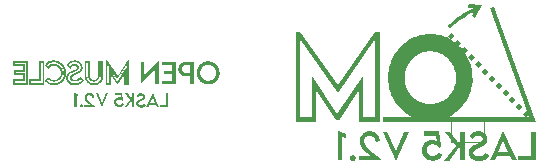
<source format=gbr>
%TF.GenerationSoftware,KiCad,Pcbnew,9.0.1*%
%TF.CreationDate,2025-04-13T07:36:32-05:00*%
%TF.ProjectId,LASK-V2-0,4c41534b-2d56-4322-9d30-2e6b69636164,rev?*%
%TF.SameCoordinates,Original*%
%TF.FileFunction,Legend,Bot*%
%TF.FilePolarity,Positive*%
%FSLAX46Y46*%
G04 Gerber Fmt 4.6, Leading zero omitted, Abs format (unit mm)*
G04 Created by KiCad (PCBNEW 9.0.1) date 2025-04-13 07:36:32*
%MOMM*%
%LPD*%
G01*
G04 APERTURE LIST*
%ADD10C,0.000000*%
%ADD11C,0.120000*%
G04 APERTURE END LIST*
D10*
G36*
X127816566Y-78826955D02*
G01*
X127877608Y-78826955D01*
X128158412Y-78912419D01*
X128158412Y-79095553D01*
X127999694Y-79046717D01*
X127999694Y-79974593D01*
X127816562Y-79974593D01*
X127816562Y-78814752D01*
X127816562Y-78814751D01*
X127816563Y-78814751D01*
X127816563Y-78814750D01*
X127816564Y-78814750D01*
X127816565Y-78814750D01*
X127816566Y-78814749D01*
X127816566Y-78826955D01*
G37*
G36*
X129118989Y-78803039D02*
G01*
X129139237Y-78804515D01*
X129159218Y-78806948D01*
X129178903Y-78810316D01*
X129198267Y-78814596D01*
X129217282Y-78819765D01*
X129235921Y-78825802D01*
X129254158Y-78832683D01*
X129271965Y-78840388D01*
X129289317Y-78848893D01*
X129306186Y-78858175D01*
X129322545Y-78868214D01*
X129338368Y-78878985D01*
X129353627Y-78890468D01*
X129368296Y-78902639D01*
X129382349Y-78915476D01*
X129395757Y-78928957D01*
X129408495Y-78943060D01*
X129420535Y-78957761D01*
X129431851Y-78973040D01*
X129442416Y-78988872D01*
X129452203Y-79005237D01*
X129461185Y-79022112D01*
X129469336Y-79039473D01*
X129476628Y-79057300D01*
X129483035Y-79075570D01*
X129488530Y-79094259D01*
X129493086Y-79113347D01*
X129496676Y-79132810D01*
X129499274Y-79152626D01*
X129500852Y-79172774D01*
X129501384Y-79193229D01*
X129330459Y-79229855D01*
X129330070Y-79217339D01*
X129328924Y-79204981D01*
X129327049Y-79192798D01*
X129324474Y-79180804D01*
X129321228Y-79169017D01*
X129317341Y-79157450D01*
X129312842Y-79146121D01*
X129307759Y-79135044D01*
X129302121Y-79124236D01*
X129295959Y-79113711D01*
X129289299Y-79103487D01*
X129282173Y-79093577D01*
X129274609Y-79083998D01*
X129266635Y-79074766D01*
X129258282Y-79065895D01*
X129249577Y-79057403D01*
X129240551Y-79049304D01*
X129231231Y-79041614D01*
X129221648Y-79034349D01*
X129211830Y-79027524D01*
X129201807Y-79021156D01*
X129191607Y-79015259D01*
X129181259Y-79009849D01*
X129170793Y-79004943D01*
X129160237Y-79000555D01*
X129149621Y-78996701D01*
X129138974Y-78993397D01*
X129128324Y-78990659D01*
X129117701Y-78988502D01*
X129107134Y-78986942D01*
X129096652Y-78985995D01*
X129086284Y-78985675D01*
X129075986Y-78985960D01*
X129065708Y-78986805D01*
X129055470Y-78988200D01*
X129045293Y-78990134D01*
X129035196Y-78992596D01*
X129025200Y-78995574D01*
X129015324Y-78999057D01*
X129005590Y-79003035D01*
X128996016Y-79007495D01*
X128986623Y-79012427D01*
X128977432Y-79017819D01*
X128968462Y-79023661D01*
X128959733Y-79029941D01*
X128951266Y-79036648D01*
X128943081Y-79043771D01*
X128935198Y-79051298D01*
X128927636Y-79059219D01*
X128920416Y-79067522D01*
X128913559Y-79076196D01*
X128907084Y-79085231D01*
X128901011Y-79094613D01*
X128895361Y-79104334D01*
X128890153Y-79114381D01*
X128885408Y-79124743D01*
X128881146Y-79135409D01*
X128877387Y-79146368D01*
X128874152Y-79157608D01*
X128871459Y-79169119D01*
X128869330Y-79180890D01*
X128867784Y-79192908D01*
X128866842Y-79205164D01*
X128866523Y-79217645D01*
X128868833Y-79243708D01*
X128875847Y-79271631D01*
X128887689Y-79301557D01*
X128904485Y-79333629D01*
X128926360Y-79367990D01*
X128953440Y-79404783D01*
X128985849Y-79444152D01*
X129023712Y-79486239D01*
X129067156Y-79531187D01*
X129116304Y-79579140D01*
X129171283Y-79630241D01*
X129232216Y-79684632D01*
X129372451Y-79803859D01*
X129538009Y-79937967D01*
X129538009Y-79974593D01*
X128671180Y-79974593D01*
X128671180Y-79791459D01*
X128671191Y-79791457D01*
X129159545Y-79791457D01*
X129112084Y-79761134D01*
X129066000Y-79729721D01*
X129021525Y-79697270D01*
X128978892Y-79663836D01*
X128938334Y-79629471D01*
X128900083Y-79594231D01*
X128864372Y-79558167D01*
X128831433Y-79521335D01*
X128801498Y-79483788D01*
X128774800Y-79445578D01*
X128751571Y-79406761D01*
X128741331Y-79387141D01*
X128732045Y-79367389D01*
X128723743Y-79347512D01*
X128716453Y-79327517D01*
X128710205Y-79307410D01*
X128705028Y-79287198D01*
X128700951Y-79266887D01*
X128698003Y-79246485D01*
X128696212Y-79225998D01*
X128695609Y-79205432D01*
X128696141Y-79184942D01*
X128697720Y-79164693D01*
X128700317Y-79144712D01*
X128703907Y-79125026D01*
X128708463Y-79105663D01*
X128713958Y-79086647D01*
X128720365Y-79068008D01*
X128727657Y-79049771D01*
X128735808Y-79031963D01*
X128744790Y-79014611D01*
X128754577Y-78997742D01*
X128765142Y-78981382D01*
X128776458Y-78965560D01*
X128788499Y-78950300D01*
X128801236Y-78935631D01*
X128814645Y-78921578D01*
X128828697Y-78908170D01*
X128843367Y-78895432D01*
X128858626Y-78883391D01*
X128874449Y-78872075D01*
X128890808Y-78861510D01*
X128907677Y-78851723D01*
X128925029Y-78842741D01*
X128942837Y-78834590D01*
X128961074Y-78827298D01*
X128979714Y-78820891D01*
X128998729Y-78815396D01*
X129018093Y-78810840D01*
X129037778Y-78807250D01*
X129057759Y-78804652D01*
X129078008Y-78803074D01*
X129098499Y-78802542D01*
X129118989Y-78803039D01*
G37*
G36*
X134983173Y-79974593D02*
G01*
X134787830Y-79974593D01*
X134714572Y-79803669D01*
X134177398Y-79803669D01*
X134104140Y-79974593D01*
X133908797Y-79974593D01*
X134059879Y-79644958D01*
X134238429Y-79644958D01*
X134653529Y-79644958D01*
X134445979Y-79193229D01*
X134238429Y-79644958D01*
X134059879Y-79644958D01*
X134445983Y-78802542D01*
X134832090Y-79644958D01*
X134983173Y-79974593D01*
G37*
G36*
X135740123Y-79974593D02*
G01*
X135044215Y-79974593D01*
X135044215Y-79803673D01*
X135556991Y-79803673D01*
X135556991Y-78826962D01*
X135740123Y-78826962D01*
X135740123Y-79974593D01*
G37*
G36*
X132724528Y-79376360D02*
G01*
X132724528Y-78826962D01*
X132907664Y-78826962D01*
X132907664Y-79974593D01*
X132724528Y-79974593D01*
X132724528Y-79412984D01*
X132297218Y-79974593D01*
X132297225Y-79974595D01*
X132089667Y-79974595D01*
X132541396Y-79388570D01*
X132126292Y-78826962D01*
X132333846Y-78826962D01*
X132724528Y-79376360D01*
G37*
G36*
X131955367Y-79425196D02*
G01*
X131857700Y-79486240D01*
X131848247Y-79470648D01*
X131838169Y-79455932D01*
X131827411Y-79442110D01*
X131815920Y-79429201D01*
X131803643Y-79417221D01*
X131790525Y-79406190D01*
X131776513Y-79396124D01*
X131761553Y-79387041D01*
X131745591Y-79378961D01*
X131728574Y-79371899D01*
X131710449Y-79365875D01*
X131691161Y-79360907D01*
X131670656Y-79357011D01*
X131648882Y-79354206D01*
X131625785Y-79352510D01*
X131601310Y-79351941D01*
X131576573Y-79352799D01*
X131564554Y-79353872D01*
X131552784Y-79355374D01*
X131541273Y-79357306D01*
X131530032Y-79359667D01*
X131519073Y-79362456D01*
X131508407Y-79365676D01*
X131498045Y-79369324D01*
X131487998Y-79373402D01*
X131478278Y-79377908D01*
X131468895Y-79382844D01*
X131459861Y-79388210D01*
X131451187Y-79394004D01*
X131442884Y-79400228D01*
X131434963Y-79406881D01*
X131427436Y-79413963D01*
X131420314Y-79421474D01*
X131413607Y-79429414D01*
X131407327Y-79437784D01*
X131401485Y-79446583D01*
X131396093Y-79455811D01*
X131391161Y-79465469D01*
X131386701Y-79475555D01*
X131382724Y-79486071D01*
X131379241Y-79497016D01*
X131376263Y-79508390D01*
X131373801Y-79520194D01*
X131371867Y-79532426D01*
X131370472Y-79545088D01*
X131369626Y-79558179D01*
X131369342Y-79571700D01*
X131369731Y-79585255D01*
X131370877Y-79598448D01*
X131372752Y-79611275D01*
X131375327Y-79623730D01*
X131378573Y-79635810D01*
X131382460Y-79647510D01*
X131386960Y-79658825D01*
X131392043Y-79669752D01*
X131397681Y-79680285D01*
X131403844Y-79690420D01*
X131410503Y-79700153D01*
X131417630Y-79709478D01*
X131425194Y-79718393D01*
X131433168Y-79726892D01*
X131441522Y-79734970D01*
X131450226Y-79742624D01*
X131459253Y-79749848D01*
X131468573Y-79756639D01*
X131478156Y-79762992D01*
X131487974Y-79768902D01*
X131508197Y-79779376D01*
X131529011Y-79788026D01*
X131550183Y-79794817D01*
X131571479Y-79799711D01*
X131592668Y-79802674D01*
X131603150Y-79803420D01*
X131613517Y-79803669D01*
X131620453Y-79803527D01*
X131627517Y-79803103D01*
X131641965Y-79801428D01*
X131656734Y-79798680D01*
X131671700Y-79794894D01*
X131686738Y-79790107D01*
X131701722Y-79784354D01*
X131716527Y-79777672D01*
X131731028Y-79770095D01*
X131745100Y-79761659D01*
X131758618Y-79752401D01*
X131771456Y-79742356D01*
X131777581Y-79737050D01*
X131783489Y-79731560D01*
X131789165Y-79725891D01*
X131794592Y-79720048D01*
X131799756Y-79714036D01*
X131804641Y-79707857D01*
X131809230Y-79701518D01*
X131813508Y-79695022D01*
X131817461Y-79688374D01*
X131821071Y-79681579D01*
X132004203Y-79742624D01*
X131992304Y-79769510D01*
X131979404Y-79795180D01*
X131965359Y-79819562D01*
X131950026Y-79842585D01*
X131933263Y-79864177D01*
X131914925Y-79884267D01*
X131894871Y-79902783D01*
X131872957Y-79919654D01*
X131849040Y-79934808D01*
X131822976Y-79948173D01*
X131809095Y-79954163D01*
X131794624Y-79959679D01*
X131763839Y-79969252D01*
X131730479Y-79976823D01*
X131694401Y-79982320D01*
X131655461Y-79985670D01*
X131613517Y-79986803D01*
X131591882Y-79986305D01*
X131570491Y-79984823D01*
X131549373Y-79982376D01*
X131528556Y-79978981D01*
X131508070Y-79974657D01*
X131487944Y-79969420D01*
X131468208Y-79963288D01*
X131448889Y-79956281D01*
X131430017Y-79948415D01*
X131411622Y-79939709D01*
X131393731Y-79930180D01*
X131376375Y-79919846D01*
X131359583Y-79908725D01*
X131343382Y-79896835D01*
X131327804Y-79884194D01*
X131312875Y-79870820D01*
X131298627Y-79856731D01*
X131285087Y-79841944D01*
X131272285Y-79826477D01*
X131260249Y-79810349D01*
X131249009Y-79793577D01*
X131238595Y-79776179D01*
X131229034Y-79758172D01*
X131220356Y-79739576D01*
X131212590Y-79720407D01*
X131205766Y-79700684D01*
X131199911Y-79680424D01*
X131195056Y-79659646D01*
X131191230Y-79638367D01*
X131188460Y-79616605D01*
X131186777Y-79594378D01*
X131186210Y-79571703D01*
X131186214Y-79571701D01*
X131173999Y-79571701D01*
X131174462Y-79550137D01*
X131175841Y-79528950D01*
X131178123Y-79508161D01*
X131181296Y-79487790D01*
X131185344Y-79467857D01*
X131190255Y-79448382D01*
X131196016Y-79429386D01*
X131202613Y-79410889D01*
X131210032Y-79392910D01*
X131218261Y-79375469D01*
X131227286Y-79358588D01*
X131237093Y-79342286D01*
X131247669Y-79326582D01*
X131259000Y-79311498D01*
X131271074Y-79297054D01*
X131283877Y-79283268D01*
X131297395Y-79270163D01*
X131311614Y-79257757D01*
X131326523Y-79246071D01*
X131342106Y-79235124D01*
X131358352Y-79224938D01*
X131375245Y-79215532D01*
X131392774Y-79206927D01*
X131410924Y-79199142D01*
X131429682Y-79192197D01*
X131449035Y-79186113D01*
X131468969Y-79180910D01*
X131489471Y-79176608D01*
X131510527Y-79173227D01*
X131532124Y-79170786D01*
X131554249Y-79169308D01*
X131576888Y-79168810D01*
X131590617Y-79169096D01*
X131604310Y-79169955D01*
X131617931Y-79171386D01*
X131631445Y-79173389D01*
X131644817Y-79175964D01*
X131658009Y-79179112D01*
X131670987Y-79182832D01*
X131683715Y-79187124D01*
X131696157Y-79191989D01*
X131708276Y-79197426D01*
X131720038Y-79203435D01*
X131731407Y-79210016D01*
X131742346Y-79217170D01*
X131752821Y-79224896D01*
X131762794Y-79233194D01*
X131772231Y-79242065D01*
X131735603Y-79010095D01*
X131271667Y-79010095D01*
X131271667Y-78826962D01*
X131869903Y-78826962D01*
X131955367Y-79425196D01*
G37*
G36*
X130136241Y-79608329D02*
G01*
X130478091Y-78826962D01*
X130673434Y-78826962D01*
X130148456Y-79999012D01*
X129611266Y-78826962D01*
X129794391Y-78826962D01*
X130136241Y-79608329D01*
G37*
G36*
X128420516Y-79767221D02*
G01*
X128426226Y-79767744D01*
X128431914Y-79768603D01*
X128437568Y-79769786D01*
X128443178Y-79771282D01*
X128448732Y-79773080D01*
X128454218Y-79775168D01*
X128459627Y-79777536D01*
X128464946Y-79780172D01*
X128470164Y-79783065D01*
X128475270Y-79786204D01*
X128480254Y-79789578D01*
X128485103Y-79793175D01*
X128489807Y-79796985D01*
X128494355Y-79800996D01*
X128498735Y-79805197D01*
X128502936Y-79809577D01*
X128506947Y-79814124D01*
X128510756Y-79818828D01*
X128514354Y-79823677D01*
X128517727Y-79828661D01*
X128520866Y-79833767D01*
X128523759Y-79838985D01*
X128526395Y-79844304D01*
X128528763Y-79849712D01*
X128530852Y-79855198D01*
X128532649Y-79860751D01*
X128534145Y-79866361D01*
X128535328Y-79872015D01*
X128536187Y-79877702D01*
X128536710Y-79883412D01*
X128536887Y-79889133D01*
X128536710Y-79895928D01*
X128536187Y-79902576D01*
X128535328Y-79909072D01*
X128534145Y-79915411D01*
X128532649Y-79921589D01*
X128530852Y-79927602D01*
X128528763Y-79933445D01*
X128526395Y-79939113D01*
X128523759Y-79944603D01*
X128520866Y-79949909D01*
X128517727Y-79955028D01*
X128514354Y-79959954D01*
X128510756Y-79964684D01*
X128506947Y-79969212D01*
X128502936Y-79973535D01*
X128498735Y-79977648D01*
X128494355Y-79981546D01*
X128489807Y-79985225D01*
X128485103Y-79988680D01*
X128480254Y-79991907D01*
X128475270Y-79994902D01*
X128470164Y-79997660D01*
X128464946Y-80000177D01*
X128459627Y-80002447D01*
X128454218Y-80004467D01*
X128448732Y-80006233D01*
X128443178Y-80007739D01*
X128437568Y-80008981D01*
X128431914Y-80009955D01*
X128426226Y-80010656D01*
X128420516Y-80011080D01*
X128414794Y-80011222D01*
X128409073Y-80011045D01*
X128403363Y-80010522D01*
X128397675Y-80009663D01*
X128392021Y-80008480D01*
X128386412Y-80006984D01*
X128380858Y-80005186D01*
X128375372Y-80003098D01*
X128369964Y-80000730D01*
X128364645Y-79998094D01*
X128359427Y-79995201D01*
X128354321Y-79992062D01*
X128349337Y-79988688D01*
X128344488Y-79985091D01*
X128339784Y-79981281D01*
X128335237Y-79977271D01*
X128330857Y-79973070D01*
X128326656Y-79968690D01*
X128322645Y-79964143D01*
X128318836Y-79959439D01*
X128315238Y-79954589D01*
X128311865Y-79949606D01*
X128308726Y-79944500D01*
X128305833Y-79939282D01*
X128303197Y-79933963D01*
X128300829Y-79928555D01*
X128298741Y-79923069D01*
X128296943Y-79917515D01*
X128295447Y-79911906D01*
X128294264Y-79906252D01*
X128293405Y-79900564D01*
X128292882Y-79894854D01*
X128292705Y-79889133D01*
X128292882Y-79883412D01*
X128293405Y-79877702D01*
X128294264Y-79872014D01*
X128295447Y-79866360D01*
X128296943Y-79860751D01*
X128298741Y-79855197D01*
X128300829Y-79849711D01*
X128303197Y-79844303D01*
X128305833Y-79838984D01*
X128308726Y-79833766D01*
X128311865Y-79828660D01*
X128315238Y-79823676D01*
X128318836Y-79818827D01*
X128322645Y-79814123D01*
X128326656Y-79809576D01*
X128330857Y-79805196D01*
X128335237Y-79800995D01*
X128339784Y-79796984D01*
X128344488Y-79793175D01*
X128349337Y-79789577D01*
X128354321Y-79786204D01*
X128359427Y-79783065D01*
X128364645Y-79780171D01*
X128369964Y-79777535D01*
X128375372Y-79775168D01*
X128380858Y-79773079D01*
X128386412Y-79771282D01*
X128392021Y-79769786D01*
X128397675Y-79768603D01*
X128403363Y-79767744D01*
X128409073Y-79767221D01*
X128414794Y-79767044D01*
X128420516Y-79767221D01*
G37*
G36*
X133451947Y-78827387D02*
G01*
X133470952Y-78828649D01*
X133489631Y-78830724D01*
X133507963Y-78833591D01*
X133525929Y-78837227D01*
X133543508Y-78841609D01*
X133560680Y-78846716D01*
X133577425Y-78852525D01*
X133593723Y-78859013D01*
X133609554Y-78866159D01*
X133624897Y-78873939D01*
X133639734Y-78882332D01*
X133654042Y-78891315D01*
X133667803Y-78900866D01*
X133680996Y-78910962D01*
X133693601Y-78921582D01*
X133705598Y-78932702D01*
X133716967Y-78944301D01*
X133727687Y-78956356D01*
X133737739Y-78968844D01*
X133747103Y-78981744D01*
X133755758Y-78995033D01*
X133763684Y-79008688D01*
X133770861Y-79022688D01*
X133777269Y-79037009D01*
X133782888Y-79051630D01*
X133787698Y-79066529D01*
X133791678Y-79081682D01*
X133794809Y-79097067D01*
X133797070Y-79112663D01*
X133798442Y-79128446D01*
X133798904Y-79144395D01*
X133798479Y-79160136D01*
X133797226Y-79175320D01*
X133795172Y-79189963D01*
X133792346Y-79204080D01*
X133788779Y-79217688D01*
X133784498Y-79230802D01*
X133779534Y-79243438D01*
X133773914Y-79255610D01*
X133767668Y-79267336D01*
X133760826Y-79278630D01*
X133753416Y-79289509D01*
X133745467Y-79299987D01*
X133737008Y-79310081D01*
X133728069Y-79319806D01*
X133708864Y-79338211D01*
X133688086Y-79355330D01*
X133665967Y-79371285D01*
X133642738Y-79386204D01*
X133618633Y-79400210D01*
X133593885Y-79413429D01*
X133568725Y-79425987D01*
X133518100Y-79449618D01*
X133492816Y-79461344D01*
X133467478Y-79473607D01*
X133442318Y-79486370D01*
X133417570Y-79499598D01*
X133393466Y-79513256D01*
X133370238Y-79527307D01*
X133348118Y-79541715D01*
X133327340Y-79556446D01*
X133308136Y-79571462D01*
X133299197Y-79579067D01*
X133290738Y-79586729D01*
X133282789Y-79594446D01*
X133275378Y-79602211D01*
X133268536Y-79610021D01*
X133262290Y-79617872D01*
X133256670Y-79625758D01*
X133251706Y-79633675D01*
X133247425Y-79641620D01*
X133243858Y-79649586D01*
X133241032Y-79657571D01*
X133238978Y-79665569D01*
X133237724Y-79673576D01*
X133237300Y-79681588D01*
X133237654Y-79689527D01*
X133238698Y-79697317D01*
X133240408Y-79704950D01*
X133242761Y-79712420D01*
X133245730Y-79719720D01*
X133249291Y-79726844D01*
X133253420Y-79733784D01*
X133258093Y-79740534D01*
X133263284Y-79747088D01*
X133268969Y-79753438D01*
X133281723Y-79765501D01*
X133296159Y-79776670D01*
X133312078Y-79786891D01*
X133329285Y-79796110D01*
X133347584Y-79804274D01*
X133366776Y-79811329D01*
X133386666Y-79817222D01*
X133407057Y-79821899D01*
X133427752Y-79825306D01*
X133448555Y-79827389D01*
X133469268Y-79828096D01*
X133479533Y-79827918D01*
X133489719Y-79827389D01*
X133499820Y-79826516D01*
X133509830Y-79825306D01*
X133519741Y-79823765D01*
X133529548Y-79821899D01*
X133539242Y-79819716D01*
X133548818Y-79817222D01*
X133558269Y-79814424D01*
X133567588Y-79811329D01*
X133576768Y-79807944D01*
X133585803Y-79804274D01*
X133594686Y-79800327D01*
X133603410Y-79796110D01*
X133611969Y-79791629D01*
X133620355Y-79786891D01*
X133628563Y-79781902D01*
X133636585Y-79776670D01*
X133644415Y-79771200D01*
X133652046Y-79765501D01*
X133659472Y-79759578D01*
X133666684Y-79753438D01*
X133673678Y-79747088D01*
X133680446Y-79740534D01*
X133686982Y-79733784D01*
X133693278Y-79726844D01*
X133699329Y-79719720D01*
X133705127Y-79712420D01*
X133710665Y-79704950D01*
X133715938Y-79697317D01*
X133720937Y-79689527D01*
X133725658Y-79681588D01*
X133872165Y-79779257D01*
X133872164Y-79779258D01*
X133872163Y-79779258D01*
X133872162Y-79779259D01*
X133872161Y-79779259D01*
X133872160Y-79779259D01*
X133872159Y-79779259D01*
X133872158Y-79779260D01*
X133872156Y-79779260D01*
X133872153Y-79779260D01*
X133872150Y-79779260D01*
X133872150Y-79815886D01*
X133858103Y-79840485D01*
X133843323Y-79863886D01*
X133827648Y-79886035D01*
X133810918Y-79906879D01*
X133792972Y-79926364D01*
X133773648Y-79944436D01*
X133752787Y-79961041D01*
X133730226Y-79976126D01*
X133705805Y-79989638D01*
X133679363Y-80001522D01*
X133650740Y-80011725D01*
X133619773Y-80020193D01*
X133586303Y-80026873D01*
X133550168Y-80031710D01*
X133511207Y-80034652D01*
X133469260Y-80035645D01*
X133447661Y-80035184D01*
X133426371Y-80033818D01*
X133405418Y-80031571D01*
X133384824Y-80028468D01*
X133364615Y-80024533D01*
X133344814Y-80019791D01*
X133325448Y-80014267D01*
X133306540Y-80007984D01*
X133288114Y-80000969D01*
X133270196Y-79993245D01*
X133252810Y-79984837D01*
X133235981Y-79975769D01*
X133219733Y-79966067D01*
X133204091Y-79955754D01*
X133189079Y-79944856D01*
X133174722Y-79933396D01*
X133161045Y-79921400D01*
X133148072Y-79908892D01*
X133135828Y-79895897D01*
X133124337Y-79882439D01*
X133113624Y-79868542D01*
X133103714Y-79854232D01*
X133094631Y-79839533D01*
X133086399Y-79824470D01*
X133079044Y-79809067D01*
X133072590Y-79793349D01*
X133067061Y-79777340D01*
X133062482Y-79761065D01*
X133058878Y-79744548D01*
X133056274Y-79727815D01*
X133054693Y-79710889D01*
X133054160Y-79693796D01*
X133054586Y-79676910D01*
X133055850Y-79660579D01*
X133057933Y-79644784D01*
X133060813Y-79629508D01*
X133064472Y-79614732D01*
X133068888Y-79600440D01*
X133074042Y-79586613D01*
X133079914Y-79573232D01*
X133086483Y-79560281D01*
X133093729Y-79547741D01*
X133101633Y-79535595D01*
X133110174Y-79523824D01*
X133119332Y-79512411D01*
X133129086Y-79501338D01*
X133150306Y-79480140D01*
X133173672Y-79460086D01*
X133199023Y-79441033D01*
X133226198Y-79422839D01*
X133255036Y-79405361D01*
X133285377Y-79388454D01*
X133317059Y-79371977D01*
X133383804Y-79339737D01*
X133478612Y-79297388D01*
X133499945Y-79287426D01*
X133520079Y-79277501D01*
X133538890Y-79267504D01*
X133556252Y-79257328D01*
X133564351Y-79252139D01*
X133572041Y-79246866D01*
X133579306Y-79241494D01*
X133586130Y-79236010D01*
X133592499Y-79230401D01*
X133598396Y-79224653D01*
X133603805Y-79218754D01*
X133608712Y-79212689D01*
X133613099Y-79206445D01*
X133616953Y-79200009D01*
X133620257Y-79193367D01*
X133622995Y-79186506D01*
X133625152Y-79179413D01*
X133626712Y-79172073D01*
X133627659Y-79164475D01*
X133627978Y-79156603D01*
X133627661Y-79148664D01*
X133626724Y-79140874D01*
X133625192Y-79133241D01*
X133623090Y-79125771D01*
X133620443Y-79118470D01*
X133617275Y-79111347D01*
X133613611Y-79104407D01*
X133609475Y-79097656D01*
X133604891Y-79091103D01*
X133599886Y-79084753D01*
X133594482Y-79078613D01*
X133588705Y-79072690D01*
X133576130Y-79061521D01*
X133562356Y-79051300D01*
X133547581Y-79042081D01*
X133532001Y-79033917D01*
X133515813Y-79026862D01*
X133499213Y-79020969D01*
X133482399Y-79016292D01*
X133465567Y-79012885D01*
X133448913Y-79010801D01*
X133432635Y-79010095D01*
X133424660Y-79010237D01*
X133416760Y-79010661D01*
X133408941Y-79011363D01*
X133401207Y-79012337D01*
X133393562Y-79013579D01*
X133386011Y-79015085D01*
X133378558Y-79016850D01*
X133371209Y-79018870D01*
X133363966Y-79021141D01*
X133356836Y-79023657D01*
X133349822Y-79026415D01*
X133342928Y-79029410D01*
X133336160Y-79032637D01*
X133329521Y-79036093D01*
X133323016Y-79039772D01*
X133316651Y-79043670D01*
X133310428Y-79047782D01*
X133304352Y-79052105D01*
X133298429Y-79056634D01*
X133292662Y-79061363D01*
X133287056Y-79066290D01*
X133281616Y-79071408D01*
X133276345Y-79076715D01*
X133271249Y-79082205D01*
X133266332Y-79087873D01*
X133261598Y-79093716D01*
X133257051Y-79099729D01*
X133252697Y-79105907D01*
X133248540Y-79112247D01*
X133244584Y-79118742D01*
X133240833Y-79125390D01*
X133237292Y-79132185D01*
X133102996Y-79034515D01*
X133110453Y-79012064D01*
X133119163Y-78990544D01*
X133129231Y-78970024D01*
X133140767Y-78950578D01*
X133153876Y-78932277D01*
X133168666Y-78915191D01*
X133185244Y-78899393D01*
X133203719Y-78884955D01*
X133224196Y-78871947D01*
X133235220Y-78866002D01*
X133246784Y-78860441D01*
X133271589Y-78850510D01*
X133298720Y-78842223D01*
X133328282Y-78835654D01*
X133360384Y-78830873D01*
X133395133Y-78827952D01*
X133432635Y-78826962D01*
X133451947Y-78827387D01*
G37*
G36*
X137905685Y-78045819D02*
G01*
X137606998Y-78045819D01*
X137606998Y-77388714D01*
X137278445Y-77388714D01*
X137245026Y-77387933D01*
X137212000Y-77385611D01*
X137179411Y-77381786D01*
X137147304Y-77376493D01*
X137115722Y-77369766D01*
X137084709Y-77361642D01*
X137054308Y-77352156D01*
X137024564Y-77341344D01*
X136995519Y-77329242D01*
X136967219Y-77315884D01*
X136939706Y-77301306D01*
X136913024Y-77285545D01*
X136887217Y-77268635D01*
X136862330Y-77250612D01*
X136838404Y-77231511D01*
X136815485Y-77211369D01*
X136793616Y-77190221D01*
X136772841Y-77168101D01*
X136753204Y-77145047D01*
X136734747Y-77121092D01*
X136717516Y-77096274D01*
X136701554Y-77070627D01*
X136686904Y-77044187D01*
X136673611Y-77016990D01*
X136661717Y-76989071D01*
X136651268Y-76960465D01*
X136642306Y-76931208D01*
X136634875Y-76901337D01*
X136629019Y-76870885D01*
X136624783Y-76839889D01*
X136622209Y-76808385D01*
X136621341Y-76776408D01*
X136621341Y-76776403D01*
X136905090Y-76776403D01*
X136905567Y-76793068D01*
X136906985Y-76809456D01*
X136909323Y-76825549D01*
X136912557Y-76841330D01*
X136916666Y-76856783D01*
X136921628Y-76871891D01*
X136927422Y-76886639D01*
X136934025Y-76901009D01*
X136941415Y-76914985D01*
X136949571Y-76928551D01*
X136958471Y-76941691D01*
X136968093Y-76954387D01*
X136978415Y-76966624D01*
X136989415Y-76978386D01*
X137001072Y-76989655D01*
X137013363Y-77000415D01*
X137026266Y-77010651D01*
X137039760Y-77020344D01*
X137053823Y-77029481D01*
X137068433Y-77038042D01*
X137083567Y-77046014D01*
X137099205Y-77053378D01*
X137115324Y-77060118D01*
X137131903Y-77066219D01*
X137148919Y-77071664D01*
X137166351Y-77076435D01*
X137184177Y-77080518D01*
X137202374Y-77083895D01*
X137220922Y-77086550D01*
X137239797Y-77088467D01*
X137258979Y-77089630D01*
X137278445Y-77090021D01*
X137606998Y-77090021D01*
X137606998Y-76447849D01*
X137278445Y-76447849D01*
X137258979Y-76448283D01*
X137239797Y-76449570D01*
X137220922Y-76451688D01*
X137202374Y-76454616D01*
X137184177Y-76458331D01*
X137166351Y-76462812D01*
X137148919Y-76468037D01*
X137131903Y-76473984D01*
X137115324Y-76480631D01*
X137099205Y-76487956D01*
X137083567Y-76495937D01*
X137068433Y-76504553D01*
X137053823Y-76513781D01*
X137039760Y-76523600D01*
X137026266Y-76533988D01*
X137013363Y-76544923D01*
X137001072Y-76556382D01*
X136989415Y-76568345D01*
X136978415Y-76580789D01*
X136968093Y-76593693D01*
X136958471Y-76607034D01*
X136949571Y-76620791D01*
X136941415Y-76634941D01*
X136934025Y-76649463D01*
X136927422Y-76664336D01*
X136921628Y-76679536D01*
X136916666Y-76695043D01*
X136912557Y-76710834D01*
X136909323Y-76726888D01*
X136906985Y-76743182D01*
X136905567Y-76759695D01*
X136905090Y-76776403D01*
X136621341Y-76776403D01*
X136622209Y-76744387D01*
X136624783Y-76712758D01*
X136629019Y-76681561D01*
X136634875Y-76650837D01*
X136642305Y-76620627D01*
X136651267Y-76590973D01*
X136661717Y-76561914D01*
X136673610Y-76533492D01*
X136686903Y-76505749D01*
X136701553Y-76478725D01*
X136717515Y-76452461D01*
X136734746Y-76426998D01*
X136753202Y-76402378D01*
X136772840Y-76378641D01*
X136793615Y-76355828D01*
X136815484Y-76333980D01*
X136838403Y-76313139D01*
X136862328Y-76293345D01*
X136887216Y-76274639D01*
X136913022Y-76257063D01*
X136939704Y-76240657D01*
X136967217Y-76225463D01*
X136995518Y-76211521D01*
X137024562Y-76198872D01*
X137054307Y-76187558D01*
X137084708Y-76177619D01*
X137115721Y-76169097D01*
X137147303Y-76162033D01*
X137179411Y-76156466D01*
X137211999Y-76152440D01*
X137245025Y-76149994D01*
X137278445Y-76149169D01*
X137905685Y-76149169D01*
X137905685Y-76164102D01*
X137905685Y-77090021D01*
X137905685Y-78045819D01*
G37*
G36*
X136382392Y-78045823D02*
G01*
X135262321Y-78045823D01*
X135262321Y-77747137D01*
X136083701Y-77747137D01*
X136083701Y-77224436D01*
X135366862Y-77224436D01*
X135366862Y-76925749D01*
X136083701Y-76925749D01*
X136083701Y-76447855D01*
X135262321Y-76447855D01*
X135262321Y-76164106D01*
X136382392Y-76164106D01*
X136382392Y-78045823D01*
G37*
G36*
X140114692Y-77140111D02*
G01*
X140110956Y-77189525D01*
X140104802Y-77238207D01*
X140096291Y-77286095D01*
X140085483Y-77333130D01*
X140072439Y-77379252D01*
X140057217Y-77424400D01*
X140039879Y-77468514D01*
X140020485Y-77511535D01*
X139999094Y-77553402D01*
X139975768Y-77594054D01*
X139950565Y-77633433D01*
X139923547Y-77671477D01*
X139894773Y-77708126D01*
X139864304Y-77743320D01*
X139832200Y-77777000D01*
X139798520Y-77809104D01*
X139763326Y-77839573D01*
X139726676Y-77868347D01*
X139688633Y-77895365D01*
X139649254Y-77920567D01*
X139608602Y-77943894D01*
X139566735Y-77965284D01*
X139523714Y-77984678D01*
X139479600Y-78002016D01*
X139434451Y-78017238D01*
X139388330Y-78030282D01*
X139341295Y-78041090D01*
X139293407Y-78049601D01*
X139244725Y-78055754D01*
X139195311Y-78059491D01*
X139145225Y-78060749D01*
X139095138Y-78059491D01*
X139045723Y-78055754D01*
X138997042Y-78049601D01*
X138949154Y-78041090D01*
X138902118Y-78030282D01*
X138855997Y-78017238D01*
X138810848Y-78002016D01*
X138766734Y-77984678D01*
X138723713Y-77965284D01*
X138681846Y-77943894D01*
X138641194Y-77920567D01*
X138601815Y-77895365D01*
X138563771Y-77868347D01*
X138527122Y-77839573D01*
X138491928Y-77809104D01*
X138458248Y-77777000D01*
X138426144Y-77743320D01*
X138395675Y-77708126D01*
X138366901Y-77671477D01*
X138339883Y-77633433D01*
X138314681Y-77594054D01*
X138291354Y-77553402D01*
X138269964Y-77511535D01*
X138250570Y-77468514D01*
X138233232Y-77424400D01*
X138218011Y-77379252D01*
X138204966Y-77333130D01*
X138194158Y-77286095D01*
X138185647Y-77238207D01*
X138179494Y-77189525D01*
X138175758Y-77140111D01*
X138174499Y-77090024D01*
X138473182Y-77090024D01*
X138474050Y-77124801D01*
X138476627Y-77159099D01*
X138480873Y-77192878D01*
X138486745Y-77226095D01*
X138494204Y-77258712D01*
X138503207Y-77290685D01*
X138513714Y-77321975D01*
X138525685Y-77352541D01*
X138539077Y-77382341D01*
X138553851Y-77411334D01*
X138569964Y-77439479D01*
X138587376Y-77466735D01*
X138606046Y-77493062D01*
X138625933Y-77518418D01*
X138646996Y-77542763D01*
X138669193Y-77566054D01*
X138692485Y-77588252D01*
X138716829Y-77609315D01*
X138742185Y-77629202D01*
X138768512Y-77647872D01*
X138795769Y-77665284D01*
X138823914Y-77681397D01*
X138852907Y-77696171D01*
X138882707Y-77709563D01*
X138913272Y-77721534D01*
X138944563Y-77732041D01*
X138976536Y-77741044D01*
X139009153Y-77748503D01*
X139042371Y-77754375D01*
X139076150Y-77758621D01*
X139110448Y-77761198D01*
X139145225Y-77762066D01*
X139180001Y-77761198D01*
X139214299Y-77758621D01*
X139248078Y-77754375D01*
X139281295Y-77748503D01*
X139313912Y-77741044D01*
X139345885Y-77732041D01*
X139377175Y-77721533D01*
X139407740Y-77709563D01*
X139437540Y-77696170D01*
X139466533Y-77681397D01*
X139494678Y-77665283D01*
X139521934Y-77647871D01*
X139548261Y-77629201D01*
X139573617Y-77609314D01*
X139597961Y-77588251D01*
X139621253Y-77566053D01*
X139643450Y-77542762D01*
X139664513Y-77518418D01*
X139684400Y-77493062D01*
X139703070Y-77466735D01*
X139720482Y-77439478D01*
X139736595Y-77411333D01*
X139751368Y-77382340D01*
X139764761Y-77352540D01*
X139776731Y-77321975D01*
X139787239Y-77290685D01*
X139796242Y-77258711D01*
X139803701Y-77226095D01*
X139809573Y-77192877D01*
X139813818Y-77159099D01*
X139816396Y-77124801D01*
X139817264Y-77090024D01*
X139816396Y-77055248D01*
X139813818Y-77020950D01*
X139809573Y-76987171D01*
X139803701Y-76953954D01*
X139796242Y-76921337D01*
X139787239Y-76889364D01*
X139776731Y-76858074D01*
X139764761Y-76827508D01*
X139751368Y-76797709D01*
X139736595Y-76768716D01*
X139720482Y-76740570D01*
X139703070Y-76713314D01*
X139684400Y-76686987D01*
X139664513Y-76661631D01*
X139643450Y-76637287D01*
X139621253Y-76613995D01*
X139597961Y-76591797D01*
X139573617Y-76570734D01*
X139548261Y-76550847D01*
X139521934Y-76532177D01*
X139494678Y-76514765D01*
X139466533Y-76498652D01*
X139437540Y-76483878D01*
X139407740Y-76470486D01*
X139377175Y-76458515D01*
X139345885Y-76448008D01*
X139313912Y-76439004D01*
X139281295Y-76431546D01*
X139248078Y-76425673D01*
X139214299Y-76421428D01*
X139180001Y-76418851D01*
X139145225Y-76417983D01*
X139110448Y-76418851D01*
X139076150Y-76421428D01*
X139042371Y-76425673D01*
X139009153Y-76431546D01*
X138976536Y-76439004D01*
X138944563Y-76448008D01*
X138913272Y-76458515D01*
X138882707Y-76470486D01*
X138852907Y-76483878D01*
X138823914Y-76498652D01*
X138795769Y-76514765D01*
X138768512Y-76532177D01*
X138742185Y-76550847D01*
X138716829Y-76570734D01*
X138692485Y-76591797D01*
X138669193Y-76613995D01*
X138646996Y-76637287D01*
X138625933Y-76661631D01*
X138606046Y-76686987D01*
X138587376Y-76713314D01*
X138569964Y-76740570D01*
X138553851Y-76768716D01*
X138539077Y-76797709D01*
X138525685Y-76827508D01*
X138513714Y-76858074D01*
X138503207Y-76889364D01*
X138494204Y-76921337D01*
X138486745Y-76953954D01*
X138480873Y-76987171D01*
X138476627Y-77020950D01*
X138474050Y-77055248D01*
X138473182Y-77090024D01*
X138174499Y-77090024D01*
X138175758Y-77039938D01*
X138179494Y-76990523D01*
X138185647Y-76941842D01*
X138194158Y-76893954D01*
X138204966Y-76846919D01*
X138218011Y-76800797D01*
X138233232Y-76755649D01*
X138250570Y-76711534D01*
X138269964Y-76668514D01*
X138291354Y-76626647D01*
X138314681Y-76585995D01*
X138339883Y-76546616D01*
X138366901Y-76508573D01*
X138395675Y-76471923D01*
X138426144Y-76436729D01*
X138458248Y-76403050D01*
X138491928Y-76370945D01*
X138527122Y-76340476D01*
X138563771Y-76311703D01*
X138601815Y-76284685D01*
X138641194Y-76259482D01*
X138681846Y-76236156D01*
X138723713Y-76214765D01*
X138766734Y-76195371D01*
X138810848Y-76178033D01*
X138855997Y-76162812D01*
X138902118Y-76149767D01*
X138949154Y-76138960D01*
X138997042Y-76130449D01*
X139045723Y-76124295D01*
X139095138Y-76120559D01*
X139145225Y-76119300D01*
X139195311Y-76120559D01*
X139244725Y-76124295D01*
X139293407Y-76130449D01*
X139341295Y-76138960D01*
X139388330Y-76149767D01*
X139434451Y-76162812D01*
X139479600Y-76178033D01*
X139523714Y-76195371D01*
X139566735Y-76214765D01*
X139608602Y-76236156D01*
X139649254Y-76259482D01*
X139688633Y-76284685D01*
X139726676Y-76311703D01*
X139763326Y-76340476D01*
X139798520Y-76370945D01*
X139832200Y-76403050D01*
X139864304Y-76436729D01*
X139894773Y-76471923D01*
X139923547Y-76508573D01*
X139950565Y-76546616D01*
X139975768Y-76585995D01*
X139999094Y-76626647D01*
X140020485Y-76668514D01*
X140039879Y-76711534D01*
X140057217Y-76755649D01*
X140072439Y-76800797D01*
X140085483Y-76846919D01*
X140096291Y-76893954D01*
X140104802Y-76941842D01*
X140110956Y-76990523D01*
X140114692Y-77039938D01*
X140115951Y-77090024D01*
X140114692Y-77140111D01*
G37*
G36*
X134948703Y-78030889D02*
G01*
X134650020Y-78030889D01*
X134650020Y-76806278D01*
X133440345Y-78060752D01*
X133440345Y-76149169D01*
X133440345Y-76149168D01*
X133739028Y-76149168D01*
X133739028Y-77373780D01*
X134933768Y-76119306D01*
X134948703Y-76119306D01*
X134948703Y-78030889D01*
G37*
G36*
X123897353Y-78105552D02*
G01*
X122627944Y-78105552D01*
X122627944Y-77657525D01*
X123449325Y-77657525D01*
X123449325Y-77284168D01*
X122732482Y-77284168D01*
X122732482Y-76836140D01*
X123449325Y-76836140D01*
X123449325Y-76507584D01*
X122627944Y-76507584D01*
X122627944Y-76223839D01*
X122777282Y-76223839D01*
X122777282Y-76358247D01*
X123598663Y-76358247D01*
X123598663Y-76985486D01*
X122881828Y-76985486D01*
X122881828Y-77134828D01*
X123598670Y-77134828D01*
X123598670Y-77806870D01*
X122777290Y-77806870D01*
X122777290Y-77956211D01*
X123748008Y-77956211D01*
X123748008Y-76223839D01*
X122777282Y-76223839D01*
X122627944Y-76223839D01*
X122627944Y-76074494D01*
X123897353Y-76074494D01*
X123897353Y-77956211D01*
X123897353Y-78105552D01*
G37*
G36*
X125271316Y-78105552D02*
G01*
X123986968Y-78105552D01*
X123986968Y-77806870D01*
X124136306Y-77806870D01*
X124136306Y-77956211D01*
X125121963Y-77956211D01*
X125121963Y-76223839D01*
X124972625Y-76223839D01*
X124972625Y-77806870D01*
X124136306Y-77806870D01*
X123986968Y-77806870D01*
X123986968Y-77657525D01*
X124823287Y-77657525D01*
X124823287Y-76074494D01*
X125271316Y-76074494D01*
X125271316Y-77956211D01*
X125271316Y-78105552D01*
G37*
G36*
X132469619Y-78105550D02*
G01*
X132021590Y-78105550D01*
X132021590Y-77254298D01*
X131528762Y-78045812D01*
X131498893Y-78075682D01*
X131409290Y-78075682D01*
X130901527Y-77254299D01*
X130901527Y-78105552D01*
X130453494Y-78105552D01*
X130453502Y-78105550D01*
X130483371Y-78105550D01*
X130483371Y-76328377D01*
X130602840Y-76328377D01*
X130602840Y-77956211D01*
X130752181Y-77956211D01*
X130752181Y-77941282D01*
X130752181Y-76716669D01*
X131454093Y-77851673D01*
X132156001Y-76716669D01*
X132156001Y-77956211D01*
X132305343Y-77956211D01*
X132305343Y-76328377D01*
X131454093Y-77612726D01*
X130602840Y-76328377D01*
X130483371Y-76328377D01*
X130483371Y-76029689D01*
X130617778Y-76029689D01*
X131469028Y-77328969D01*
X132335212Y-76029689D01*
X132469619Y-76029689D01*
X132469619Y-76328377D01*
X132469619Y-78105550D01*
G37*
G36*
X127121815Y-77144267D02*
G01*
X127117819Y-77197747D01*
X127111237Y-77250402D01*
X127102130Y-77302167D01*
X127090563Y-77352981D01*
X127076597Y-77402780D01*
X127060296Y-77451502D01*
X127041723Y-77499084D01*
X127020940Y-77545462D01*
X126998010Y-77590574D01*
X126972997Y-77634357D01*
X126945963Y-77676749D01*
X126916971Y-77717685D01*
X126886084Y-77757104D01*
X126853365Y-77794943D01*
X126818876Y-77831137D01*
X126782682Y-77865626D01*
X126744843Y-77898345D01*
X126705425Y-77929232D01*
X126664488Y-77958224D01*
X126622097Y-77985258D01*
X126578314Y-78010272D01*
X126533202Y-78033201D01*
X126486824Y-78053984D01*
X126439242Y-78072557D01*
X126390520Y-78088858D01*
X126340721Y-78102824D01*
X126289908Y-78114392D01*
X126238142Y-78123498D01*
X126185488Y-78130081D01*
X126132008Y-78134076D01*
X126084644Y-78135251D01*
X126042810Y-78134365D01*
X125993930Y-78131163D01*
X125946013Y-78125774D01*
X125899015Y-78118154D01*
X125852892Y-78108258D01*
X125807600Y-78096044D01*
X125763096Y-78081467D01*
X125719336Y-78064483D01*
X125676276Y-78045049D01*
X125633872Y-78023122D01*
X125592081Y-77998657D01*
X125550859Y-77971610D01*
X125510162Y-77941939D01*
X125469946Y-77909598D01*
X125430169Y-77874545D01*
X125390784Y-77836736D01*
X125345985Y-77791936D01*
X125599868Y-77433515D01*
X125659606Y-77493251D01*
X125692302Y-77532248D01*
X125725174Y-77570020D01*
X125742605Y-77588064D01*
X125761196Y-77605342D01*
X125781318Y-77621702D01*
X125803344Y-77636990D01*
X125827645Y-77651053D01*
X125854593Y-77663738D01*
X125884560Y-77674891D01*
X125917918Y-77684360D01*
X125955039Y-77691991D01*
X125996294Y-77697632D01*
X126042056Y-77701129D01*
X126092696Y-77702328D01*
X126119374Y-77701505D01*
X126146165Y-77699065D01*
X126173004Y-77695056D01*
X126199830Y-77689523D01*
X126226580Y-77682514D01*
X126253190Y-77674075D01*
X126279597Y-77664252D01*
X126305740Y-77653092D01*
X126331554Y-77640641D01*
X126356977Y-77626946D01*
X126381947Y-77612053D01*
X126406399Y-77596009D01*
X126430272Y-77578861D01*
X126453503Y-77560654D01*
X126476027Y-77541435D01*
X126497784Y-77521251D01*
X126518709Y-77500148D01*
X126538740Y-77478173D01*
X126557814Y-77455372D01*
X126575868Y-77431791D01*
X126592839Y-77407478D01*
X126608664Y-77382478D01*
X126623281Y-77356839D01*
X126636626Y-77330606D01*
X126648636Y-77303826D01*
X126659250Y-77276546D01*
X126668403Y-77248811D01*
X126676033Y-77220670D01*
X126682076Y-77192167D01*
X126686471Y-77163350D01*
X126689154Y-77134265D01*
X126690063Y-77104958D01*
X126689239Y-77075652D01*
X126686800Y-77046566D01*
X126682790Y-77017749D01*
X126677258Y-76989247D01*
X126670249Y-76961105D01*
X126661810Y-76933371D01*
X126651987Y-76906091D01*
X126640827Y-76879311D01*
X126628377Y-76853078D01*
X126614682Y-76827439D01*
X126599789Y-76802439D01*
X126583745Y-76778126D01*
X126566597Y-76754546D01*
X126548390Y-76731745D01*
X126529171Y-76709769D01*
X126508988Y-76688666D01*
X126487885Y-76668482D01*
X126465910Y-76649264D01*
X126443109Y-76631056D01*
X126419529Y-76613908D01*
X126395216Y-76597864D01*
X126370216Y-76582971D01*
X126344577Y-76569276D01*
X126318344Y-76556825D01*
X126291564Y-76545665D01*
X126264284Y-76535842D01*
X126236550Y-76527403D01*
X126208408Y-76520394D01*
X126179905Y-76514861D01*
X126151088Y-76510852D01*
X126122003Y-76508412D01*
X126092696Y-76507589D01*
X126064698Y-76508292D01*
X126036721Y-76510418D01*
X126008789Y-76513987D01*
X125980922Y-76519023D01*
X125953143Y-76525545D01*
X125925473Y-76533577D01*
X125897935Y-76543141D01*
X125870549Y-76554258D01*
X125843339Y-76566949D01*
X125816326Y-76581238D01*
X125789532Y-76597146D01*
X125762978Y-76614694D01*
X125736686Y-76633905D01*
X125710680Y-76654801D01*
X125684979Y-76677403D01*
X125659606Y-76701733D01*
X125599868Y-76761469D01*
X125342259Y-76417986D01*
X125525191Y-76417986D01*
X125614799Y-76522529D01*
X125640346Y-76500827D01*
X125661671Y-76480526D01*
X125695769Y-76444124D01*
X125710598Y-76428023D01*
X125725317Y-76413322D01*
X125740956Y-76400021D01*
X125758541Y-76388120D01*
X125779102Y-76377619D01*
X125803666Y-76368519D01*
X125833261Y-76360818D01*
X125868917Y-76354518D01*
X125911659Y-76349618D01*
X125962518Y-76346118D01*
X126022521Y-76344017D01*
X126092696Y-76343317D01*
X126130315Y-76344315D01*
X126167531Y-76347273D01*
X126204293Y-76352140D01*
X126240550Y-76358864D01*
X126276249Y-76367393D01*
X126311337Y-76377674D01*
X126345764Y-76389656D01*
X126379478Y-76403288D01*
X126412425Y-76418516D01*
X126444556Y-76435289D01*
X126475816Y-76453555D01*
X126506155Y-76473262D01*
X126535520Y-76494359D01*
X126563860Y-76516793D01*
X126591123Y-76540511D01*
X126617256Y-76565464D01*
X126642208Y-76591597D01*
X126665927Y-76618860D01*
X126688360Y-76647200D01*
X126709457Y-76676566D01*
X126729164Y-76706905D01*
X126747430Y-76738166D01*
X126764203Y-76770296D01*
X126779431Y-76803245D01*
X126793062Y-76836958D01*
X126805044Y-76871386D01*
X126815325Y-76906475D01*
X126823854Y-76942174D01*
X126830578Y-76978431D01*
X126835445Y-77015194D01*
X126838403Y-77052410D01*
X126839400Y-77090029D01*
X126838360Y-77127648D01*
X126835281Y-77164865D01*
X126830221Y-77201627D01*
X126823242Y-77237884D01*
X126814403Y-77273583D01*
X126803765Y-77308673D01*
X126791387Y-77343100D01*
X126777331Y-77376814D01*
X126761656Y-77409762D01*
X126744423Y-77441892D01*
X126725690Y-77473153D01*
X126705520Y-77503492D01*
X126683971Y-77532858D01*
X126661104Y-77561198D01*
X126636980Y-77588461D01*
X126611657Y-77614594D01*
X126585197Y-77639546D01*
X126557660Y-77663265D01*
X126529105Y-77685699D01*
X126499594Y-77706795D01*
X126469185Y-77726503D01*
X126437940Y-77744769D01*
X126405917Y-77761542D01*
X126373179Y-77776770D01*
X126339784Y-77790401D01*
X126305793Y-77802383D01*
X126271266Y-77812665D01*
X126236263Y-77821193D01*
X126200845Y-77827917D01*
X126165070Y-77832784D01*
X126129001Y-77835742D01*
X126092696Y-77836740D01*
X126061898Y-77835872D01*
X126031122Y-77833298D01*
X126000389Y-77829061D01*
X125969721Y-77823206D01*
X125939142Y-77815775D01*
X125908671Y-77806813D01*
X125878332Y-77796363D01*
X125848146Y-77784470D01*
X125818135Y-77771177D01*
X125788320Y-77756527D01*
X125758725Y-77740564D01*
X125729371Y-77723333D01*
X125700279Y-77704877D01*
X125671472Y-77685240D01*
X125642971Y-77664465D01*
X125614799Y-77642596D01*
X125525191Y-77762068D01*
X125553219Y-77789195D01*
X125576499Y-77814571D01*
X125613631Y-77860073D01*
X125629889Y-77880200D01*
X125646213Y-77898576D01*
X125663806Y-77915202D01*
X125683870Y-77930078D01*
X125707611Y-77943203D01*
X125736229Y-77954579D01*
X125770929Y-77964205D01*
X125812914Y-77972080D01*
X125863387Y-77978206D01*
X125923551Y-77982581D01*
X125994610Y-77985206D01*
X126077766Y-77986082D01*
X126122382Y-77984867D01*
X126166583Y-77981269D01*
X126210302Y-77975351D01*
X126253474Y-77967180D01*
X126296034Y-77956822D01*
X126337916Y-77944341D01*
X126379054Y-77929805D01*
X126419383Y-77913277D01*
X126458837Y-77894824D01*
X126497350Y-77874512D01*
X126534857Y-77852406D01*
X126571292Y-77828572D01*
X126606589Y-77803075D01*
X126640683Y-77775981D01*
X126673508Y-77747356D01*
X126704999Y-77717265D01*
X126735090Y-77685774D01*
X126763715Y-77652948D01*
X126790809Y-77618854D01*
X126816306Y-77583557D01*
X126840140Y-77547121D01*
X126862246Y-77509614D01*
X126882558Y-77471101D01*
X126901011Y-77431647D01*
X126917538Y-77391318D01*
X126932075Y-77350179D01*
X126944556Y-77308297D01*
X126954914Y-77265736D01*
X126963085Y-77222563D01*
X126969002Y-77178843D01*
X126972601Y-77134641D01*
X126973815Y-77090024D01*
X126972601Y-77045407D01*
X126969002Y-77001206D01*
X126963085Y-76957486D01*
X126954914Y-76914313D01*
X126944556Y-76871753D01*
X126932076Y-76829870D01*
X126917539Y-76788732D01*
X126901012Y-76748403D01*
X126882559Y-76708949D01*
X126862247Y-76670435D01*
X126840142Y-76632928D01*
X126816308Y-76596493D01*
X126790811Y-76561196D01*
X126763718Y-76527102D01*
X126735093Y-76494276D01*
X126705002Y-76462785D01*
X126673511Y-76432694D01*
X126640686Y-76404069D01*
X126606592Y-76376975D01*
X126571295Y-76351478D01*
X126534860Y-76327644D01*
X126497353Y-76305538D01*
X126458840Y-76285226D01*
X126419386Y-76266773D01*
X126379058Y-76250246D01*
X126337919Y-76235709D01*
X126296037Y-76223229D01*
X126253477Y-76212870D01*
X126210304Y-76204699D01*
X126166584Y-76198782D01*
X126122383Y-76195183D01*
X126077766Y-76193969D01*
X126077766Y-76193972D01*
X126041369Y-76194847D01*
X126005017Y-76197472D01*
X125968752Y-76201848D01*
X125932619Y-76207973D01*
X125896661Y-76215849D01*
X125860922Y-76225474D01*
X125825445Y-76236850D01*
X125790275Y-76249976D01*
X125755455Y-76264852D01*
X125721028Y-76281478D01*
X125687040Y-76299854D01*
X125653532Y-76319981D01*
X125620550Y-76341857D01*
X125588137Y-76365483D01*
X125556336Y-76390860D01*
X125525191Y-76417986D01*
X125342259Y-76417986D01*
X125331054Y-76403046D01*
X125375854Y-76358247D01*
X125409496Y-76320270D01*
X125438478Y-76284743D01*
X125487627Y-76221040D01*
X125510375Y-76192863D01*
X125533626Y-76167137D01*
X125558670Y-76143860D01*
X125586800Y-76123034D01*
X125602425Y-76113540D01*
X125619304Y-76104658D01*
X125637601Y-76096389D01*
X125657475Y-76088732D01*
X125702603Y-76075256D01*
X125755977Y-76064230D01*
X125818890Y-76055654D01*
X125892632Y-76049529D01*
X125978494Y-76045854D01*
X126077766Y-76044629D01*
X126130694Y-76045974D01*
X126183027Y-76049970D01*
X126234692Y-76056552D01*
X126285619Y-76065659D01*
X126335736Y-76077226D01*
X126384973Y-76091192D01*
X126433259Y-76107493D01*
X126480521Y-76126067D01*
X126526690Y-76146850D01*
X126571695Y-76169779D01*
X126615463Y-76194792D01*
X126657924Y-76221826D01*
X126699006Y-76250818D01*
X126738640Y-76281705D01*
X126776753Y-76314425D01*
X126813275Y-76348913D01*
X126848134Y-76385108D01*
X126881259Y-76422946D01*
X126912579Y-76462365D01*
X126942024Y-76503301D01*
X126969522Y-76545693D01*
X126995001Y-76589476D01*
X127018392Y-76634588D01*
X127039622Y-76680966D01*
X127058621Y-76728548D01*
X127075317Y-76777269D01*
X127089640Y-76827069D01*
X127101517Y-76877882D01*
X127110880Y-76929648D01*
X127117655Y-76982302D01*
X127121772Y-77035782D01*
X127123161Y-77090024D01*
X127121815Y-77144267D01*
G37*
G36*
X126092696Y-78135422D02*
G01*
X126077766Y-78135422D01*
X126084644Y-78135251D01*
X126092696Y-78135422D01*
G37*
G36*
X130274280Y-77314038D02*
G01*
X130273281Y-77357126D01*
X130270313Y-77399556D01*
X130265420Y-77441280D01*
X130258646Y-77482252D01*
X130250034Y-77522426D01*
X130239628Y-77561755D01*
X130227473Y-77600192D01*
X130213611Y-77637691D01*
X130198086Y-77674206D01*
X130180943Y-77709690D01*
X130162224Y-77744096D01*
X130141974Y-77777379D01*
X130120237Y-77809491D01*
X130097056Y-77840387D01*
X130072474Y-77870019D01*
X130046537Y-77898341D01*
X130019286Y-77925307D01*
X129990767Y-77950870D01*
X129961023Y-77974983D01*
X129930098Y-77997601D01*
X129898034Y-78018677D01*
X129864878Y-78038164D01*
X129830671Y-78056015D01*
X129795457Y-78072185D01*
X129759281Y-78086626D01*
X129722186Y-78099293D01*
X129684217Y-78110139D01*
X129645415Y-78119117D01*
X129605827Y-78126181D01*
X129565494Y-78131284D01*
X129524461Y-78134380D01*
X129482772Y-78135422D01*
X129482761Y-78135422D01*
X129441072Y-78134380D01*
X129400039Y-78131284D01*
X129359707Y-78126181D01*
X129320118Y-78119117D01*
X129281317Y-78110139D01*
X129243347Y-78099293D01*
X129206252Y-78086626D01*
X129170076Y-78072185D01*
X129134863Y-78056015D01*
X129100656Y-78038163D01*
X129067499Y-78018676D01*
X129035436Y-77997601D01*
X129004510Y-77974983D01*
X128974765Y-77950869D01*
X128946246Y-77925306D01*
X128918996Y-77898340D01*
X128893058Y-77870018D01*
X128868476Y-77840386D01*
X128845294Y-77809491D01*
X128823557Y-77777379D01*
X128803307Y-77744096D01*
X128784588Y-77709690D01*
X128767444Y-77674206D01*
X128751919Y-77637691D01*
X128738057Y-77600192D01*
X128725901Y-77561754D01*
X128715495Y-77522426D01*
X128706883Y-77482252D01*
X128700109Y-77441280D01*
X128695216Y-77399556D01*
X128692248Y-77357126D01*
X128691249Y-77314038D01*
X128691249Y-76223837D01*
X128825660Y-76223837D01*
X128825660Y-77314038D01*
X128826442Y-77350128D01*
X128828770Y-77385574D01*
X128832612Y-77420341D01*
X128837940Y-77454397D01*
X128844722Y-77487710D01*
X128852929Y-77520245D01*
X128862530Y-77551971D01*
X128873496Y-77582855D01*
X128885796Y-77612864D01*
X128899401Y-77641965D01*
X128914280Y-77670126D01*
X128930403Y-77697313D01*
X128947741Y-77723493D01*
X128966262Y-77748635D01*
X128985938Y-77772704D01*
X129006737Y-77795669D01*
X129028630Y-77817496D01*
X129051587Y-77838152D01*
X129075578Y-77857606D01*
X129100572Y-77875823D01*
X129126540Y-77892772D01*
X129153451Y-77908419D01*
X129181275Y-77922732D01*
X129209983Y-77935677D01*
X129239544Y-77947222D01*
X129269928Y-77957334D01*
X129301105Y-77965981D01*
X129333045Y-77973129D01*
X129365718Y-77978746D01*
X129399094Y-77982798D01*
X129433143Y-77985254D01*
X129467834Y-77986080D01*
X129502525Y-77985254D01*
X129536573Y-77982798D01*
X129569948Y-77978746D01*
X129602621Y-77973129D01*
X129634561Y-77965981D01*
X129665738Y-77957334D01*
X129696121Y-77947222D01*
X129725682Y-77935677D01*
X129754390Y-77922732D01*
X129782214Y-77908419D01*
X129809125Y-77892772D01*
X129835093Y-77875823D01*
X129860087Y-77857606D01*
X129884077Y-77838152D01*
X129907034Y-77817496D01*
X129928927Y-77795669D01*
X129949726Y-77772704D01*
X129969402Y-77748635D01*
X129987923Y-77723493D01*
X130005260Y-77697313D01*
X130021384Y-77670126D01*
X130036263Y-77641965D01*
X130049867Y-77612864D01*
X130062168Y-77582855D01*
X130073134Y-77551971D01*
X130082735Y-77520245D01*
X130090942Y-77487710D01*
X130097724Y-77454397D01*
X130103051Y-77420341D01*
X130106894Y-77385574D01*
X130109221Y-77350128D01*
X130110004Y-77314038D01*
X130110004Y-76223838D01*
X130110002Y-76223838D01*
X130110001Y-76223838D01*
X130110000Y-76223838D01*
X130110000Y-76223837D01*
X130109999Y-76223837D01*
X130109998Y-76223837D01*
X130109997Y-76223837D01*
X130109992Y-76223837D01*
X129960654Y-76223837D01*
X129960654Y-77314037D01*
X129960046Y-77341815D01*
X129958237Y-77369129D01*
X129955252Y-77395951D01*
X129951116Y-77422253D01*
X129945854Y-77448008D01*
X129939489Y-77473189D01*
X129932047Y-77497768D01*
X129923552Y-77521718D01*
X129914029Y-77545012D01*
X129903502Y-77567622D01*
X129891997Y-77589521D01*
X129879537Y-77610682D01*
X129866147Y-77631077D01*
X129851853Y-77650679D01*
X129836677Y-77669461D01*
X129820646Y-77687395D01*
X129803783Y-77704454D01*
X129786114Y-77720611D01*
X129767663Y-77735838D01*
X129748454Y-77750108D01*
X129728513Y-77763393D01*
X129707863Y-77775667D01*
X129686529Y-77786901D01*
X129664537Y-77797069D01*
X129641910Y-77806143D01*
X129618673Y-77814096D01*
X129594852Y-77820901D01*
X129570469Y-77826529D01*
X129545551Y-77830955D01*
X129520121Y-77834149D01*
X129494205Y-77836086D01*
X129467826Y-77836738D01*
X129441448Y-77836086D01*
X129415532Y-77834149D01*
X129390102Y-77830955D01*
X129365184Y-77826529D01*
X129340802Y-77820901D01*
X129316980Y-77814096D01*
X129293744Y-77806143D01*
X129271117Y-77797069D01*
X129249125Y-77786901D01*
X129227792Y-77775667D01*
X129207142Y-77763393D01*
X129187201Y-77750108D01*
X129167992Y-77735838D01*
X129149541Y-77720611D01*
X129131872Y-77704455D01*
X129115009Y-77687396D01*
X129098978Y-77669461D01*
X129083803Y-77650680D01*
X129069508Y-77631077D01*
X129056119Y-77610682D01*
X129043659Y-77589521D01*
X129032153Y-77567622D01*
X129021627Y-77545012D01*
X129012104Y-77521718D01*
X129003609Y-77497768D01*
X128996167Y-77473189D01*
X128989802Y-77448008D01*
X128984540Y-77422253D01*
X128980404Y-77395951D01*
X128977419Y-77369130D01*
X128975610Y-77341816D01*
X128975002Y-77314038D01*
X128975002Y-76223837D01*
X128825660Y-76223837D01*
X128691249Y-76223837D01*
X128691249Y-76074497D01*
X129139278Y-76074497D01*
X129139278Y-77314038D01*
X129139712Y-77333504D01*
X129141002Y-77352686D01*
X129143129Y-77371561D01*
X129146074Y-77390109D01*
X129149817Y-77408306D01*
X129154339Y-77426132D01*
X129159622Y-77443563D01*
X129165646Y-77460579D01*
X129172391Y-77477158D01*
X129179840Y-77493277D01*
X129187972Y-77508915D01*
X129196768Y-77524050D01*
X129206210Y-77538660D01*
X129216278Y-77552723D01*
X129226953Y-77566217D01*
X129238217Y-77579120D01*
X129250048Y-77591411D01*
X129262430Y-77603068D01*
X129275342Y-77614068D01*
X129288765Y-77624390D01*
X129302681Y-77634012D01*
X129317070Y-77642912D01*
X129331912Y-77651068D01*
X129347190Y-77658459D01*
X129362883Y-77665062D01*
X129378972Y-77670856D01*
X129395439Y-77675818D01*
X129412264Y-77679927D01*
X129429429Y-77683161D01*
X129446913Y-77685499D01*
X129464698Y-77686917D01*
X129482764Y-77687395D01*
X129500831Y-77686917D01*
X129518617Y-77685499D01*
X129536101Y-77683161D01*
X129553266Y-77679927D01*
X129570091Y-77675818D01*
X129586558Y-77670856D01*
X129602648Y-77665062D01*
X129618341Y-77658459D01*
X129633618Y-77651068D01*
X129648461Y-77642912D01*
X129662850Y-77634012D01*
X129676765Y-77624390D01*
X129690189Y-77614068D01*
X129703100Y-77603068D01*
X129715482Y-77591411D01*
X129727314Y-77579120D01*
X129738577Y-77566217D01*
X129749252Y-77552723D01*
X129759320Y-77538660D01*
X129768761Y-77524050D01*
X129777558Y-77508915D01*
X129785690Y-77493277D01*
X129793138Y-77477158D01*
X129799884Y-77460579D01*
X129805907Y-77443563D01*
X129811190Y-77426132D01*
X129815712Y-77408306D01*
X129819455Y-77390109D01*
X129822400Y-77371561D01*
X129824527Y-77352686D01*
X129825817Y-77333504D01*
X129826251Y-77314038D01*
X129826251Y-76074497D01*
X130274280Y-76074497D01*
X130274280Y-76223838D01*
X130274280Y-77314038D01*
G37*
G36*
X128601646Y-77732196D02*
G01*
X128577516Y-77778564D01*
X128550018Y-77822415D01*
X128519282Y-77863685D01*
X128485440Y-77902308D01*
X128448622Y-77938218D01*
X128408961Y-77971350D01*
X128366587Y-78001638D01*
X128321631Y-78029016D01*
X128274225Y-78053419D01*
X128224501Y-78074781D01*
X128172589Y-78093037D01*
X128118620Y-78108121D01*
X128062726Y-78119967D01*
X128005039Y-78128509D01*
X127945688Y-78133683D01*
X127884807Y-78135422D01*
X127884799Y-78135420D01*
X127869872Y-78135420D01*
X127869872Y-78165291D01*
X127829626Y-78164509D01*
X127790116Y-78162185D01*
X127751377Y-78158351D01*
X127713444Y-78153040D01*
X127676354Y-78146286D01*
X127640141Y-78138121D01*
X127604842Y-78128577D01*
X127570491Y-78117688D01*
X127537125Y-78105487D01*
X127504779Y-78092005D01*
X127473489Y-78077277D01*
X127443289Y-78061334D01*
X127414216Y-78044211D01*
X127386306Y-78025938D01*
X127359593Y-78006550D01*
X127334113Y-77986080D01*
X127309902Y-77964559D01*
X127286995Y-77942021D01*
X127265429Y-77918498D01*
X127245237Y-77894024D01*
X127226457Y-77868631D01*
X127209123Y-77842352D01*
X127193272Y-77815220D01*
X127178938Y-77787267D01*
X127166157Y-77758527D01*
X127154965Y-77729032D01*
X127145398Y-77698816D01*
X127137490Y-77667910D01*
X127131277Y-77636348D01*
X127126796Y-77604162D01*
X127124081Y-77571386D01*
X127123168Y-77538052D01*
X127123912Y-77508179D01*
X127287429Y-77508179D01*
X127288125Y-77534515D01*
X127290200Y-77560307D01*
X127293631Y-77585536D01*
X127298396Y-77610182D01*
X127304474Y-77634227D01*
X127311843Y-77657650D01*
X127320481Y-77680434D01*
X127330365Y-77702559D01*
X127341475Y-77724006D01*
X127353787Y-77744755D01*
X127367282Y-77764788D01*
X127381935Y-77784085D01*
X127397726Y-77802628D01*
X127414633Y-77820396D01*
X127432634Y-77837372D01*
X127451706Y-77853535D01*
X127471829Y-77868868D01*
X127492980Y-77883349D01*
X127515137Y-77896961D01*
X127538278Y-77909685D01*
X127562382Y-77921500D01*
X127587427Y-77932389D01*
X127613391Y-77942331D01*
X127640251Y-77951308D01*
X127696575Y-77966290D01*
X127756225Y-77977180D01*
X127819024Y-77983827D01*
X127884799Y-77986077D01*
X127929234Y-77984863D01*
X127972860Y-77981264D01*
X128015567Y-77975347D01*
X128057246Y-77967176D01*
X128097787Y-77956818D01*
X128137081Y-77944338D01*
X128175018Y-77929802D01*
X128211490Y-77913275D01*
X128246387Y-77894823D01*
X128279599Y-77874511D01*
X128311018Y-77852405D01*
X128326020Y-77840700D01*
X128340533Y-77828571D01*
X128354542Y-77816027D01*
X128368035Y-77803075D01*
X128380998Y-77789723D01*
X128393416Y-77775981D01*
X128405276Y-77761856D01*
X128416565Y-77747356D01*
X128427269Y-77732489D01*
X128437373Y-77717265D01*
X128437366Y-77717253D01*
X128317897Y-77627648D01*
X128301056Y-77649516D01*
X128283975Y-77670291D01*
X128266413Y-77689929D01*
X128248128Y-77708385D01*
X128228881Y-77725616D01*
X128208431Y-77741578D01*
X128186537Y-77756228D01*
X128162958Y-77769522D01*
X128137455Y-77781415D01*
X128109785Y-77791865D01*
X128079709Y-77800827D01*
X128046985Y-77808258D01*
X128011374Y-77814113D01*
X127972634Y-77818350D01*
X127930526Y-77820924D01*
X127884807Y-77821792D01*
X127837936Y-77820731D01*
X127792662Y-77817504D01*
X127749182Y-77812046D01*
X127728177Y-77808460D01*
X127707694Y-77804291D01*
X127687757Y-77799531D01*
X127668393Y-77794173D01*
X127649624Y-77788208D01*
X127631476Y-77781627D01*
X127613974Y-77774423D01*
X127597141Y-77766587D01*
X127581003Y-77758111D01*
X127565585Y-77748987D01*
X127550910Y-77739207D01*
X127537004Y-77728763D01*
X127523890Y-77717645D01*
X127511594Y-77705847D01*
X127500141Y-77693360D01*
X127489554Y-77680175D01*
X127479859Y-77666285D01*
X127471080Y-77651681D01*
X127463241Y-77636355D01*
X127456368Y-77620300D01*
X127450485Y-77603505D01*
X127445616Y-77585965D01*
X127441786Y-77567669D01*
X127439021Y-77548611D01*
X127437343Y-77528781D01*
X127436778Y-77508172D01*
X127437557Y-77487475D01*
X127439855Y-77467373D01*
X127443620Y-77447851D01*
X127448796Y-77428892D01*
X127455327Y-77410481D01*
X127463161Y-77392600D01*
X127472241Y-77375233D01*
X127482514Y-77358363D01*
X127493924Y-77341975D01*
X127506417Y-77326052D01*
X127534434Y-77295535D01*
X127566125Y-77266680D01*
X127601054Y-77239356D01*
X127638783Y-77213433D01*
X127678875Y-77188779D01*
X127720892Y-77165261D01*
X127764397Y-77142751D01*
X127854119Y-77100223D01*
X127944541Y-77060145D01*
X128031113Y-77021936D01*
X128071862Y-77003115D01*
X128110685Y-76984076D01*
X128147408Y-76964512D01*
X128181856Y-76944116D01*
X128213854Y-76922583D01*
X128228879Y-76911294D01*
X128243227Y-76899605D01*
X128256874Y-76887479D01*
X128269799Y-76874878D01*
X128281981Y-76861762D01*
X128293396Y-76848094D01*
X128304025Y-76833835D01*
X128313844Y-76818947D01*
X128322831Y-76803392D01*
X128330965Y-76787131D01*
X128338225Y-76770127D01*
X128344587Y-76752340D01*
X128350031Y-76733734D01*
X128354533Y-76714268D01*
X128358074Y-76693906D01*
X128360630Y-76672608D01*
X128362179Y-76650337D01*
X128362701Y-76627054D01*
X128362048Y-76603431D01*
X128360108Y-76580183D01*
X128356905Y-76557335D01*
X128352462Y-76534910D01*
X128346806Y-76512934D01*
X128339960Y-76491431D01*
X128331949Y-76470425D01*
X128322798Y-76449942D01*
X128312531Y-76430006D01*
X128301173Y-76410641D01*
X128288749Y-76391872D01*
X128275282Y-76373725D01*
X128260799Y-76356222D01*
X128245323Y-76339390D01*
X128228878Y-76323252D01*
X128211491Y-76307833D01*
X128193184Y-76293158D01*
X128173984Y-76279252D01*
X128153913Y-76266138D01*
X128132998Y-76253843D01*
X128111262Y-76242389D01*
X128088731Y-76231802D01*
X128065429Y-76222107D01*
X128041379Y-76213328D01*
X128016609Y-76205489D01*
X127991140Y-76198616D01*
X127964999Y-76192733D01*
X127938210Y-76187864D01*
X127910797Y-76184034D01*
X127882786Y-76181268D01*
X127854200Y-76179591D01*
X127825065Y-76179026D01*
X127805596Y-76179288D01*
X127786398Y-76180069D01*
X127767479Y-76181364D01*
X127748848Y-76183168D01*
X127730511Y-76185475D01*
X127712478Y-76188280D01*
X127694757Y-76191577D01*
X127677356Y-76195361D01*
X127660283Y-76199626D01*
X127643546Y-76204367D01*
X127627154Y-76209578D01*
X127611114Y-76215254D01*
X127595436Y-76221390D01*
X127580126Y-76227979D01*
X127565194Y-76235017D01*
X127550648Y-76242498D01*
X127536495Y-76250416D01*
X127522745Y-76258767D01*
X127509404Y-76267544D01*
X127496482Y-76276742D01*
X127483986Y-76286356D01*
X127471926Y-76296380D01*
X127460308Y-76306809D01*
X127449141Y-76317636D01*
X127438434Y-76328858D01*
X127428195Y-76340468D01*
X127418431Y-76352461D01*
X127409151Y-76364831D01*
X127400364Y-76377573D01*
X127392076Y-76390682D01*
X127384298Y-76404151D01*
X127377036Y-76417976D01*
X127481578Y-76492649D01*
X127508588Y-76455575D01*
X127521809Y-76438668D01*
X127535248Y-76422877D01*
X127549212Y-76408223D01*
X127564007Y-76394729D01*
X127579940Y-76382416D01*
X127597317Y-76371306D01*
X127616444Y-76361422D01*
X127637627Y-76352784D01*
X127661173Y-76345416D01*
X127687388Y-76339338D01*
X127716579Y-76334572D01*
X127749051Y-76331141D01*
X127785111Y-76329067D01*
X127825065Y-76328371D01*
X127845888Y-76328762D01*
X127866343Y-76329924D01*
X127886409Y-76331841D01*
X127906067Y-76334496D01*
X127925299Y-76337873D01*
X127944085Y-76341955D01*
X127962406Y-76346727D01*
X127980243Y-76352172D01*
X127997577Y-76358272D01*
X128014389Y-76365013D01*
X128030659Y-76372377D01*
X128046369Y-76380348D01*
X128061499Y-76388910D01*
X128076030Y-76398046D01*
X128089943Y-76407740D01*
X128103219Y-76417975D01*
X128115838Y-76428735D01*
X128127782Y-76440004D01*
X128139032Y-76451765D01*
X128149568Y-76464003D01*
X128159371Y-76476699D01*
X128168421Y-76489839D01*
X128176701Y-76503405D01*
X128184191Y-76517381D01*
X128190871Y-76531751D01*
X128196722Y-76546499D01*
X128201726Y-76561607D01*
X128205863Y-76577060D01*
X128209114Y-76592841D01*
X128211459Y-76608934D01*
X128212881Y-76625323D01*
X128213359Y-76641990D01*
X128212839Y-76658446D01*
X128211299Y-76674229D01*
X128208769Y-76689367D01*
X128205279Y-76703887D01*
X128200860Y-76717816D01*
X128195540Y-76731182D01*
X128189352Y-76744011D01*
X128182323Y-76756332D01*
X128174486Y-76768172D01*
X128165868Y-76779558D01*
X128156502Y-76790517D01*
X128146417Y-76801077D01*
X128124208Y-76821109D01*
X128099484Y-76839872D01*
X128072485Y-76857584D01*
X128043451Y-76874465D01*
X128012624Y-76890734D01*
X127980243Y-76906609D01*
X127840003Y-76970546D01*
X127765330Y-77000415D01*
X127659039Y-77049185D01*
X127610312Y-77072869D01*
X127564648Y-77096554D01*
X127522135Y-77120588D01*
X127482859Y-77145323D01*
X127446908Y-77171108D01*
X127430207Y-77184503D01*
X127414371Y-77198292D01*
X127399409Y-77212519D01*
X127385333Y-77227227D01*
X127372155Y-77242460D01*
X127359884Y-77258262D01*
X127348532Y-77274677D01*
X127338109Y-77291748D01*
X127328628Y-77309519D01*
X127320098Y-77328033D01*
X127312530Y-77347336D01*
X127305936Y-77367469D01*
X127300327Y-77388478D01*
X127295713Y-77410405D01*
X127292105Y-77433296D01*
X127289515Y-77457192D01*
X127287952Y-77482139D01*
X127287429Y-77508179D01*
X127123912Y-77508179D01*
X127123991Y-77505014D01*
X127126424Y-77473086D01*
X127130416Y-77442241D01*
X127135915Y-77412452D01*
X127142868Y-77383691D01*
X127151224Y-77355931D01*
X127160931Y-77329144D01*
X127171937Y-77303303D01*
X127184190Y-77278382D01*
X127197638Y-77254351D01*
X127212228Y-77231185D01*
X127227910Y-77208856D01*
X127244631Y-77187336D01*
X127262340Y-77166598D01*
X127280983Y-77146615D01*
X127300510Y-77127359D01*
X127342005Y-77090920D01*
X127386410Y-77057063D01*
X127433309Y-77025568D01*
X127482286Y-76996217D01*
X127532926Y-76968792D01*
X127584813Y-76943073D01*
X127637531Y-76918842D01*
X127690665Y-76895879D01*
X127765338Y-76866009D01*
X127833271Y-76839903D01*
X127863617Y-76828043D01*
X127891579Y-76816773D01*
X127917178Y-76805941D01*
X127940436Y-76795393D01*
X127951194Y-76790178D01*
X127961375Y-76784976D01*
X127970982Y-76779769D01*
X127980017Y-76774538D01*
X127988483Y-76769262D01*
X127996384Y-76763924D01*
X128003721Y-76758504D01*
X128010498Y-76752983D01*
X128016716Y-76747341D01*
X128022380Y-76741560D01*
X128027491Y-76735620D01*
X128032053Y-76729502D01*
X128036067Y-76723188D01*
X128039538Y-76716657D01*
X128042467Y-76709892D01*
X128044857Y-76702872D01*
X128046712Y-76695578D01*
X128048033Y-76687992D01*
X128048824Y-76680095D01*
X128049087Y-76671866D01*
X128048698Y-76663511D01*
X128047552Y-76655254D01*
X128045678Y-76647107D01*
X128043107Y-76639081D01*
X128039869Y-76631185D01*
X128035994Y-76623432D01*
X128031512Y-76615831D01*
X128026452Y-76608395D01*
X128020846Y-76601134D01*
X128014723Y-76594059D01*
X128001047Y-76580510D01*
X127985664Y-76567836D01*
X127968815Y-76556125D01*
X127950742Y-76545464D01*
X127931684Y-76535940D01*
X127911882Y-76527641D01*
X127891577Y-76520656D01*
X127871010Y-76515070D01*
X127850420Y-76510971D01*
X127830049Y-76508448D01*
X127810138Y-76507588D01*
X127800339Y-76507762D01*
X127790551Y-76508281D01*
X127780785Y-76509138D01*
X127771051Y-76510330D01*
X127761362Y-76511849D01*
X127751727Y-76513691D01*
X127742158Y-76515851D01*
X127732665Y-76518322D01*
X127723260Y-76521099D01*
X127713953Y-76524177D01*
X127704756Y-76527551D01*
X127695679Y-76531214D01*
X127686733Y-76535162D01*
X127677930Y-76539388D01*
X127669280Y-76543889D01*
X127660793Y-76548657D01*
X127652482Y-76553687D01*
X127644357Y-76558975D01*
X127636429Y-76564514D01*
X127628708Y-76570299D01*
X127621207Y-76576325D01*
X127613935Y-76582587D01*
X127606904Y-76589077D01*
X127600124Y-76595793D01*
X127593607Y-76602726D01*
X127587364Y-76609874D01*
X127581404Y-76617229D01*
X127575741Y-76624786D01*
X127570383Y-76632540D01*
X127565343Y-76640486D01*
X127560631Y-76648617D01*
X127556258Y-76656929D01*
X127526385Y-76731601D01*
X127363975Y-76612126D01*
X127305434Y-76568257D01*
X127255468Y-76529987D01*
X127221955Y-76502919D01*
X127213828Y-76495335D01*
X127212353Y-76493337D01*
X127212768Y-76492651D01*
X127212768Y-76432915D01*
X127230144Y-76389177D01*
X127248877Y-76347626D01*
X127269272Y-76308351D01*
X127291637Y-76271438D01*
X127316277Y-76236975D01*
X127343498Y-76205050D01*
X127373608Y-76175750D01*
X127389841Y-76162112D01*
X127406911Y-76149163D01*
X127424856Y-76136914D01*
X127443715Y-76125376D01*
X127463525Y-76114560D01*
X127484325Y-76104477D01*
X127506153Y-76095138D01*
X127529048Y-76086553D01*
X127553047Y-76078734D01*
X127578190Y-76071692D01*
X127632057Y-76059981D01*
X127690956Y-76051508D01*
X127755192Y-76046359D01*
X127825072Y-76044624D01*
X127861205Y-76045320D01*
X127896775Y-76047395D01*
X127931743Y-76050826D01*
X127966072Y-76055591D01*
X127999722Y-76061669D01*
X128032655Y-76069038D01*
X128064834Y-76077675D01*
X128096220Y-76087560D01*
X128126775Y-76098669D01*
X128156460Y-76110982D01*
X128185238Y-76124476D01*
X128213069Y-76139129D01*
X128239916Y-76154920D01*
X128265740Y-76171827D01*
X128290503Y-76189828D01*
X128314167Y-76208900D01*
X128336693Y-76229023D01*
X128358043Y-76250173D01*
X128378180Y-76272330D01*
X128397064Y-76295472D01*
X128414657Y-76319576D01*
X128430921Y-76344621D01*
X128445818Y-76370584D01*
X128459309Y-76397445D01*
X128471357Y-76425180D01*
X128481922Y-76453769D01*
X128490967Y-76483189D01*
X128498453Y-76513418D01*
X128504343Y-76544435D01*
X128508597Y-76576218D01*
X128511177Y-76608745D01*
X128512046Y-76641993D01*
X128511182Y-76674902D01*
X128508637Y-76706451D01*
X128504478Y-76736683D01*
X128498774Y-76765638D01*
X128491594Y-76793356D01*
X128483005Y-76819880D01*
X128473076Y-76845250D01*
X128461875Y-76869506D01*
X128449472Y-76892691D01*
X128435933Y-76914845D01*
X128421328Y-76936009D01*
X128405725Y-76956224D01*
X128389193Y-76975531D01*
X128371798Y-76993971D01*
X128353611Y-77011586D01*
X128334699Y-77028416D01*
X128294975Y-77059885D01*
X128253173Y-77088707D01*
X128209839Y-77115210D01*
X128165521Y-77139722D01*
X128120766Y-77162572D01*
X128076120Y-77184088D01*
X127989345Y-77224429D01*
X127952654Y-77239104D01*
X127915635Y-77255027D01*
X127878660Y-77272043D01*
X127842101Y-77290000D01*
X127806329Y-77308745D01*
X127771717Y-77328124D01*
X127738636Y-77347984D01*
X127707459Y-77368172D01*
X127678557Y-77388535D01*
X127652302Y-77408920D01*
X127640283Y-77419073D01*
X127629066Y-77429174D01*
X127618696Y-77439204D01*
X127609220Y-77449144D01*
X127600686Y-77458974D01*
X127593138Y-77468676D01*
X127586624Y-77478230D01*
X127581190Y-77487617D01*
X127576883Y-77496819D01*
X127573748Y-77505815D01*
X127571834Y-77514587D01*
X127571185Y-77523116D01*
X127571576Y-77531471D01*
X127572735Y-77539727D01*
X127574643Y-77547874D01*
X127577281Y-77555901D01*
X127580630Y-77563797D01*
X127584671Y-77571550D01*
X127589385Y-77579151D01*
X127594752Y-77586587D01*
X127607371Y-77600923D01*
X127622374Y-77614472D01*
X127639608Y-77627146D01*
X127658920Y-77638857D01*
X127680158Y-77649519D01*
X127703168Y-77659042D01*
X127727797Y-77667341D01*
X127753892Y-77674327D01*
X127781300Y-77679913D01*
X127809867Y-77684011D01*
X127839441Y-77686534D01*
X127869868Y-77687395D01*
X127885139Y-77687177D01*
X127900146Y-77686527D01*
X127914892Y-77685450D01*
X127929374Y-77683953D01*
X127943594Y-77682039D01*
X127957552Y-77679716D01*
X127971246Y-77676988D01*
X127984679Y-77673860D01*
X127997848Y-77670339D01*
X128010756Y-77666429D01*
X128023400Y-77662137D01*
X128035782Y-77657467D01*
X128047902Y-77652426D01*
X128059759Y-77647018D01*
X128071353Y-77641249D01*
X128082685Y-77635124D01*
X128093755Y-77628650D01*
X128104561Y-77621831D01*
X128115106Y-77614672D01*
X128125387Y-77607181D01*
X128135407Y-77599361D01*
X128145164Y-77591218D01*
X128154658Y-77582758D01*
X128163890Y-77573987D01*
X128172859Y-77564909D01*
X128181565Y-77555531D01*
X128198191Y-77535893D01*
X128213768Y-77515118D01*
X128228294Y-77493249D01*
X128273090Y-77418578D01*
X128631515Y-77672460D01*
X128609112Y-77717265D01*
X128601646Y-77732196D01*
G37*
G36*
X159426261Y-73063063D02*
G01*
X159426261Y-73042298D01*
X159450363Y-73042298D01*
X159426261Y-73063063D01*
G37*
G36*
X159426261Y-73063066D02*
G01*
X159426257Y-73063066D01*
X159426261Y-73063063D01*
X159426261Y-73063066D01*
G37*
G36*
X162312175Y-71319060D02*
G01*
X161710078Y-72440205D01*
X161460935Y-72294868D01*
X161689315Y-71879628D01*
X161530063Y-71960713D01*
X161371966Y-72047547D01*
X161215694Y-72139065D01*
X161061916Y-72234202D01*
X160764517Y-72431075D01*
X160485122Y-72629651D01*
X160229085Y-72821416D01*
X160001758Y-72997852D01*
X159654645Y-73270680D01*
X159592359Y-73332963D01*
X159405502Y-73104581D01*
X159467786Y-73042298D01*
X159450363Y-73042298D01*
X159583838Y-72927303D01*
X159787646Y-72759423D01*
X160031355Y-72568186D01*
X160308641Y-72362351D01*
X160457898Y-72256696D01*
X160613176Y-72150676D01*
X160773686Y-72045387D01*
X160938636Y-71941921D01*
X161107236Y-71841376D01*
X161278695Y-71744845D01*
X161452222Y-71653423D01*
X161627027Y-71568206D01*
X161149505Y-71568206D01*
X161152181Y-71548862D01*
X161159237Y-71510785D01*
X161180647Y-71404705D01*
X161211789Y-71256777D01*
X162312175Y-71319060D01*
G37*
G36*
X160007587Y-73976588D02*
G01*
X159716920Y-74267255D01*
X159426253Y-73976588D01*
X159716920Y-73685920D01*
X160007587Y-73976588D01*
G37*
G36*
X161730828Y-75782884D02*
G01*
X161440162Y-76073552D01*
X161149495Y-75782884D01*
X161440162Y-75492216D01*
X161730828Y-75782884D01*
G37*
G36*
X162312164Y-76384977D02*
G01*
X162021499Y-76675644D01*
X161730832Y-76384977D01*
X162021499Y-76094309D01*
X162312164Y-76384977D01*
G37*
G36*
X162893500Y-76987073D02*
G01*
X162602834Y-77277741D01*
X162312167Y-76987073D01*
X162602834Y-76696405D01*
X162893500Y-76987073D01*
G37*
G36*
X163474836Y-77589177D02*
G01*
X163184169Y-77879844D01*
X162893502Y-77589177D01*
X163184169Y-77298508D01*
X163474836Y-77589177D01*
G37*
G36*
X164035407Y-78170510D02*
G01*
X163744741Y-78461177D01*
X163454074Y-78170510D01*
X163744741Y-77879842D01*
X164035407Y-78170510D01*
G37*
G36*
X164616742Y-78772606D02*
G01*
X164326076Y-79063274D01*
X164035409Y-78772606D01*
X164326076Y-78481938D01*
X164616742Y-78772606D01*
G37*
G36*
X165198072Y-79374698D02*
G01*
X164907405Y-79665366D01*
X164616738Y-79374698D01*
X164907405Y-79084031D01*
X165198072Y-79374698D01*
G37*
G36*
X165779409Y-79976801D02*
G01*
X165488742Y-80267469D01*
X165198075Y-79976801D01*
X165488742Y-79686134D01*
X165779409Y-79976801D01*
G37*
G36*
X153654430Y-81222514D02*
G01*
X151910426Y-81222514D01*
X151910426Y-78564987D01*
X150270232Y-81014893D01*
X150207946Y-81097940D01*
X150000323Y-81097940D01*
X148297847Y-78564978D01*
X148297847Y-81222506D01*
X146553844Y-81222506D01*
X146553847Y-74267251D01*
X146927554Y-74267251D01*
X146927554Y-80848793D01*
X147924125Y-80848793D01*
X147924125Y-77340025D01*
X150083369Y-80578892D01*
X152263374Y-77340025D01*
X152263374Y-80848796D01*
X153280711Y-80848796D01*
X153280711Y-74267255D01*
X150104133Y-78772602D01*
X146927554Y-74267251D01*
X146553847Y-74267251D01*
X146553847Y-73602874D01*
X146906802Y-73602874D01*
X150104137Y-78128977D01*
X153301482Y-73602874D01*
X153654430Y-73602874D01*
X153654430Y-74267255D01*
X153654430Y-81222514D01*
G37*
G36*
X161539327Y-77693794D02*
G01*
X161525538Y-77879043D01*
X161502830Y-78061638D01*
X161471428Y-78241348D01*
X161431556Y-78417941D01*
X161383438Y-78591184D01*
X161327298Y-78760847D01*
X161263362Y-78926696D01*
X161191853Y-79088500D01*
X161112995Y-79246027D01*
X161027013Y-79399046D01*
X160934131Y-79547324D01*
X160834573Y-79690630D01*
X160728564Y-79828731D01*
X160616327Y-79961395D01*
X160498089Y-80088392D01*
X160374071Y-80209488D01*
X160244499Y-80324452D01*
X160109598Y-80433053D01*
X159969591Y-80535057D01*
X159824703Y-80630234D01*
X159675157Y-80718351D01*
X159521179Y-80799177D01*
X159503705Y-80807274D01*
X166007790Y-80807278D01*
X166132364Y-80807278D01*
X166298454Y-80807278D01*
X166254310Y-80685332D01*
X166132364Y-80807278D01*
X166007790Y-80807278D01*
X165779411Y-80578898D01*
X166070077Y-80288229D01*
X166133534Y-80351687D01*
X162976548Y-71630495D01*
X163350263Y-71505922D01*
X166748831Y-80807278D01*
X166900552Y-81222516D01*
X153965858Y-81222509D01*
X153965858Y-80807271D01*
X156430612Y-80807273D01*
X156420648Y-80802717D01*
X156265858Y-80722531D01*
X156115455Y-80635062D01*
X155969671Y-80540529D01*
X155828738Y-80439154D01*
X155692887Y-80331155D01*
X155562352Y-80216755D01*
X155437362Y-80096174D01*
X155318152Y-79969632D01*
X155204951Y-79837349D01*
X155097993Y-79699546D01*
X154997509Y-79556444D01*
X154903732Y-79408262D01*
X154816892Y-79255223D01*
X154737222Y-79097545D01*
X154664953Y-78935450D01*
X154600319Y-78769158D01*
X154543550Y-78598889D01*
X154494878Y-78424864D01*
X154454536Y-78247304D01*
X154422755Y-78066429D01*
X154399767Y-77882460D01*
X154385805Y-77695616D01*
X154381099Y-77506123D01*
X155772147Y-77506123D01*
X155774983Y-77620270D01*
X155783400Y-77732938D01*
X155797261Y-77843987D01*
X155816429Y-77953276D01*
X155840767Y-78060665D01*
X155870138Y-78166011D01*
X155904406Y-78269176D01*
X155943433Y-78370017D01*
X155987084Y-78468395D01*
X156035220Y-78564169D01*
X156087705Y-78657198D01*
X156144403Y-78747342D01*
X156205175Y-78834460D01*
X156269887Y-78918410D01*
X156338400Y-78999054D01*
X156410577Y-79076249D01*
X156486283Y-79149855D01*
X156565380Y-79219733D01*
X156647731Y-79285740D01*
X156733199Y-79347736D01*
X156821648Y-79405581D01*
X156912940Y-79459134D01*
X157006939Y-79508254D01*
X157103508Y-79552801D01*
X157202511Y-79592633D01*
X157303809Y-79627611D01*
X157407267Y-79657594D01*
X157512747Y-79682441D01*
X157620113Y-79702011D01*
X157729227Y-79716164D01*
X157839954Y-79724759D01*
X157952155Y-79727655D01*
X158064356Y-79724759D01*
X158175083Y-79716164D01*
X158284197Y-79702011D01*
X158391563Y-79682441D01*
X158497043Y-79657594D01*
X158600500Y-79627611D01*
X158701798Y-79592633D01*
X158800800Y-79552800D01*
X158897369Y-79508253D01*
X158991368Y-79459133D01*
X159082661Y-79405580D01*
X159171109Y-79347735D01*
X159256577Y-79285738D01*
X159338928Y-79219731D01*
X159418025Y-79149854D01*
X159493731Y-79076248D01*
X159565908Y-78999052D01*
X159634421Y-78918409D01*
X159699133Y-78834458D01*
X159759906Y-78747341D01*
X159816603Y-78657197D01*
X159869088Y-78564168D01*
X159917225Y-78468395D01*
X159960875Y-78370017D01*
X159999903Y-78269175D01*
X160034170Y-78166011D01*
X160063542Y-78060665D01*
X160087880Y-77953278D01*
X160107048Y-77843989D01*
X160120908Y-77732941D01*
X160129325Y-77620273D01*
X160132161Y-77506126D01*
X160129325Y-77391919D01*
X160120908Y-77279078D01*
X160107048Y-77167749D01*
X160087880Y-77058081D01*
X160063542Y-76950224D01*
X160034170Y-76844324D01*
X159999903Y-76740530D01*
X159960875Y-76638990D01*
X159917225Y-76539853D01*
X159869088Y-76443267D01*
X159816603Y-76349380D01*
X159759906Y-76258341D01*
X159699133Y-76170297D01*
X159634421Y-76085397D01*
X159565908Y-76003790D01*
X159493731Y-75925623D01*
X159418025Y-75851044D01*
X159338928Y-75780203D01*
X159256577Y-75713247D01*
X159171109Y-75650324D01*
X159082661Y-75591583D01*
X158991368Y-75537172D01*
X158897369Y-75487240D01*
X158800800Y-75441934D01*
X158701798Y-75401403D01*
X158600500Y-75365795D01*
X158497043Y-75335258D01*
X158391563Y-75309942D01*
X158284197Y-75289992D01*
X158175083Y-75275560D01*
X158064356Y-75266791D01*
X157952155Y-75263835D01*
X157839954Y-75266732D01*
X157729228Y-75275331D01*
X157620114Y-75289496D01*
X157512748Y-75309090D01*
X157407268Y-75333975D01*
X157303810Y-75364015D01*
X157202512Y-75399074D01*
X157103510Y-75439014D01*
X157006941Y-75483698D01*
X156912942Y-75532989D01*
X156821649Y-75586752D01*
X156733201Y-75644848D01*
X156647732Y-75707141D01*
X156565381Y-75773495D01*
X156486285Y-75843771D01*
X156410579Y-75917835D01*
X156338401Y-75995547D01*
X156269888Y-76076773D01*
X156205177Y-76161374D01*
X156144404Y-76249214D01*
X156087706Y-76340156D01*
X156035221Y-76434064D01*
X155987084Y-76530800D01*
X155943434Y-76630228D01*
X155904406Y-76732210D01*
X155870138Y-76836610D01*
X155840767Y-76943292D01*
X155816429Y-77052117D01*
X155797261Y-77162950D01*
X155783400Y-77275653D01*
X155774983Y-77390090D01*
X155772147Y-77506123D01*
X154381099Y-77506123D01*
X154381099Y-77506119D01*
X154385745Y-77316503D01*
X154399534Y-77129313D01*
X154422242Y-76944783D01*
X154453644Y-76763151D01*
X154493516Y-76584651D01*
X154541634Y-76409519D01*
X154597774Y-76237991D01*
X154661710Y-76070303D01*
X154733220Y-75906690D01*
X154812078Y-75747388D01*
X154898060Y-75592633D01*
X154990942Y-75442660D01*
X155090500Y-75297706D01*
X155196509Y-75158005D01*
X155308745Y-75023794D01*
X155426984Y-74895308D01*
X155551001Y-74772783D01*
X155680573Y-74656454D01*
X155815474Y-74546558D01*
X155955481Y-74443330D01*
X156100370Y-74347006D01*
X156249915Y-74257821D01*
X156403893Y-74176012D01*
X156562079Y-74101813D01*
X156724250Y-74035460D01*
X156890180Y-73977190D01*
X157059645Y-73927238D01*
X157232422Y-73885840D01*
X157408286Y-73853231D01*
X157587012Y-73829647D01*
X157768377Y-73815324D01*
X157952155Y-73810497D01*
X158135934Y-73815324D01*
X158317299Y-73829647D01*
X158496026Y-73853231D01*
X158671889Y-73885840D01*
X158844666Y-73927238D01*
X159014132Y-73977190D01*
X159180062Y-74035460D01*
X159342233Y-74101813D01*
X159500419Y-74176012D01*
X159654397Y-74257821D01*
X159803942Y-74347006D01*
X159948830Y-74443331D01*
X160048615Y-74516903D01*
X160277494Y-74288023D01*
X160568160Y-74578691D01*
X160363752Y-74783100D01*
X160477327Y-74895308D01*
X160595566Y-75023794D01*
X160654583Y-75094367D01*
X160858829Y-74890120D01*
X161149495Y-75180787D01*
X160902885Y-75427398D01*
X160913368Y-75442661D01*
X161006250Y-75592634D01*
X161092232Y-75747389D01*
X161171090Y-75906692D01*
X161242599Y-76070305D01*
X161306536Y-76237993D01*
X161362675Y-76409521D01*
X161410793Y-76584653D01*
X161450665Y-76763153D01*
X161482067Y-76944786D01*
X161504774Y-77129316D01*
X161518564Y-77316507D01*
X161523210Y-77506123D01*
X161543973Y-77506123D01*
X161543973Y-77506126D01*
X161539327Y-77693794D01*
G37*
G36*
X150830806Y-82239839D02*
G01*
X150830806Y-82634315D01*
X150498614Y-82530506D01*
X150498614Y-84502891D01*
X150124896Y-84502891D01*
X150124896Y-82052984D01*
X150124900Y-82052983D01*
X150228709Y-82052983D01*
X150830806Y-82239839D01*
G37*
G36*
X152868407Y-82033253D02*
G01*
X152912205Y-82036302D01*
X152955296Y-82041328D01*
X152997630Y-82048285D01*
X153039159Y-82057128D01*
X153079832Y-82067810D01*
X153119600Y-82080287D01*
X153158414Y-82094513D01*
X153196225Y-82110441D01*
X153232982Y-82128028D01*
X153268637Y-82147226D01*
X153303140Y-82167990D01*
X153336442Y-82190276D01*
X153368493Y-82214036D01*
X153399244Y-82239225D01*
X153428645Y-82265799D01*
X153456647Y-82293710D01*
X153483201Y-82322914D01*
X153508257Y-82353366D01*
X153531765Y-82385018D01*
X153553677Y-82417826D01*
X153573943Y-82451744D01*
X153592513Y-82486727D01*
X153609339Y-82522728D01*
X153624370Y-82559703D01*
X153637557Y-82597606D01*
X153648851Y-82636390D01*
X153658202Y-82676011D01*
X153665562Y-82716422D01*
X153670879Y-82757579D01*
X153674106Y-82799435D01*
X153675193Y-82841945D01*
X153322238Y-82924991D01*
X153321397Y-82897928D01*
X153318918Y-82871261D01*
X153314865Y-82845020D01*
X153309302Y-82819235D01*
X153302295Y-82793936D01*
X153293908Y-82769154D01*
X153284206Y-82744920D01*
X153273253Y-82721264D01*
X153261113Y-82698216D01*
X153247853Y-82675807D01*
X153233535Y-82654066D01*
X153218225Y-82633026D01*
X153201988Y-82612715D01*
X153184887Y-82593164D01*
X153166989Y-82574405D01*
X153148356Y-82556466D01*
X153129055Y-82539379D01*
X153109149Y-82523174D01*
X153088703Y-82507881D01*
X153067782Y-82493532D01*
X153046450Y-82480155D01*
X153024772Y-82467782D01*
X153002813Y-82456443D01*
X152980638Y-82446168D01*
X152958310Y-82436989D01*
X152935895Y-82428935D01*
X152913457Y-82422036D01*
X152891061Y-82416323D01*
X152868771Y-82411827D01*
X152846653Y-82408578D01*
X152824770Y-82406606D01*
X152803188Y-82405942D01*
X152781784Y-82406428D01*
X152760422Y-82407884D01*
X152739143Y-82410305D01*
X152717990Y-82413688D01*
X152697005Y-82418028D01*
X152676228Y-82423323D01*
X152655702Y-82429569D01*
X152635469Y-82436761D01*
X152615571Y-82444896D01*
X152596049Y-82453970D01*
X152576945Y-82463979D01*
X152558301Y-82474919D01*
X152540159Y-82486787D01*
X152522561Y-82499579D01*
X152505548Y-82513291D01*
X152489162Y-82527919D01*
X152473446Y-82543459D01*
X152458440Y-82559908D01*
X152444187Y-82577262D01*
X152430728Y-82595517D01*
X152418106Y-82614669D01*
X152406362Y-82634714D01*
X152395539Y-82655649D01*
X152385676Y-82677469D01*
X152376818Y-82700172D01*
X152369005Y-82723753D01*
X152362279Y-82748208D01*
X152356683Y-82773534D01*
X152352257Y-82799726D01*
X152349044Y-82826782D01*
X152347085Y-82854696D01*
X152346423Y-82883466D01*
X152351330Y-82943146D01*
X152366212Y-83005685D01*
X152391313Y-83071509D01*
X152426876Y-83141043D01*
X152473145Y-83214713D01*
X152530362Y-83292945D01*
X152598771Y-83376165D01*
X152678616Y-83464798D01*
X152770139Y-83559271D01*
X152873584Y-83660009D01*
X152989194Y-83767437D01*
X153117213Y-83881983D01*
X153411449Y-84134127D01*
X153758239Y-84419847D01*
X153758239Y-84502895D01*
X151931186Y-84502895D01*
X151931186Y-84129182D01*
X151931190Y-84129180D01*
X151931190Y-84129188D01*
X152948524Y-84129188D01*
X152848607Y-84062050D01*
X152751610Y-83993058D01*
X152658019Y-83922302D01*
X152568321Y-83849873D01*
X152483002Y-83775863D01*
X152402550Y-83700363D01*
X152327450Y-83623464D01*
X152258189Y-83545257D01*
X152195255Y-83465834D01*
X152139133Y-83385285D01*
X152090310Y-83303702D01*
X152068787Y-83262552D01*
X152049272Y-83221177D01*
X152031825Y-83179589D01*
X152016507Y-83137800D01*
X152003379Y-83095820D01*
X151992501Y-83053662D01*
X151983935Y-83011336D01*
X151977741Y-82968855D01*
X151973980Y-82926229D01*
X151972713Y-82883470D01*
X151973799Y-82840841D01*
X151977026Y-82798637D01*
X151982344Y-82756920D01*
X151989703Y-82715751D01*
X151999055Y-82675190D01*
X152010349Y-82635298D01*
X152023536Y-82596136D01*
X152038567Y-82557764D01*
X152055392Y-82520245D01*
X152073962Y-82483637D01*
X152094228Y-82448003D01*
X152116140Y-82413403D01*
X152139649Y-82379898D01*
X152164705Y-82347549D01*
X152191258Y-82316416D01*
X152219260Y-82286560D01*
X152248661Y-82258043D01*
X152279412Y-82230925D01*
X152311463Y-82205266D01*
X152344765Y-82181129D01*
X152379267Y-82158572D01*
X152414922Y-82137658D01*
X152451679Y-82118448D01*
X152489490Y-82101001D01*
X152528304Y-82085379D01*
X152568072Y-82071642D01*
X152608744Y-82059852D01*
X152650273Y-82050069D01*
X152692607Y-82042354D01*
X152735698Y-82036769D01*
X152779495Y-82033373D01*
X152823951Y-82032227D01*
X152868407Y-82033253D01*
G37*
G36*
X165281123Y-84502899D02*
G01*
X164865882Y-84502899D01*
X164699788Y-84129186D01*
X163578641Y-84129186D01*
X163412549Y-84502895D01*
X162997308Y-84502895D01*
X163311330Y-83817758D01*
X163682449Y-83817758D01*
X164554450Y-83817758D01*
X164118449Y-82862709D01*
X163682449Y-83817758D01*
X163311330Y-83817758D01*
X164139217Y-82011463D01*
X164967101Y-83817758D01*
X165281123Y-84502899D01*
G37*
G36*
X166879790Y-84502899D02*
G01*
X165405690Y-84502899D01*
X165405690Y-84129186D01*
X165405690Y-84129180D01*
X166506076Y-84129180D01*
X166506076Y-82073749D01*
X166879790Y-82073749D01*
X166879790Y-84502899D01*
G37*
G36*
X158886439Y-83319480D02*
G01*
X158678821Y-83444053D01*
X158658845Y-83409995D01*
X158637743Y-83377914D01*
X158615364Y-83347840D01*
X158591556Y-83319804D01*
X158566166Y-83293836D01*
X158539042Y-83269967D01*
X158510033Y-83248227D01*
X158478986Y-83228646D01*
X158445750Y-83211255D01*
X158410172Y-83196084D01*
X158372100Y-83183164D01*
X158331382Y-83172524D01*
X158287866Y-83164196D01*
X158241400Y-83158210D01*
X158191832Y-83154596D01*
X158139011Y-83153385D01*
X158085514Y-83155098D01*
X158034146Y-83160278D01*
X158009318Y-83164188D01*
X157985090Y-83168987D01*
X157961486Y-83174683D01*
X157938527Y-83181284D01*
X157916238Y-83188797D01*
X157894641Y-83197230D01*
X157873759Y-83206591D01*
X157853614Y-83216887D01*
X157834230Y-83228126D01*
X157815628Y-83240315D01*
X157797833Y-83253463D01*
X157780866Y-83267575D01*
X157764751Y-83282662D01*
X157749511Y-83298728D01*
X157735167Y-83315784D01*
X157721743Y-83333835D01*
X157709263Y-83352890D01*
X157697748Y-83372956D01*
X157687221Y-83394041D01*
X157677706Y-83416153D01*
X157669224Y-83439298D01*
X157661800Y-83463485D01*
X157655455Y-83488722D01*
X157650212Y-83515015D01*
X157646095Y-83542373D01*
X157643126Y-83570802D01*
X157641328Y-83600312D01*
X157640723Y-83630908D01*
X157641505Y-83661565D01*
X157643815Y-83691248D01*
X157647601Y-83719957D01*
X157652807Y-83747694D01*
X157659383Y-83774457D01*
X157667274Y-83800247D01*
X157676427Y-83825064D01*
X157686789Y-83848908D01*
X157698307Y-83871778D01*
X157710927Y-83893676D01*
X157724596Y-83914600D01*
X157739262Y-83934551D01*
X157754870Y-83953528D01*
X157771368Y-83971533D01*
X157788702Y-83988564D01*
X157806819Y-84004622D01*
X157825666Y-84019707D01*
X157845190Y-84033819D01*
X157865338Y-84046957D01*
X157886055Y-84059122D01*
X157907290Y-84070314D01*
X157928989Y-84080533D01*
X157973564Y-84098051D01*
X158019356Y-84111676D01*
X158065939Y-84121408D01*
X158112887Y-84127247D01*
X158159774Y-84129194D01*
X158175402Y-84128891D01*
X158191129Y-84127992D01*
X158206932Y-84126508D01*
X158222789Y-84124449D01*
X158238675Y-84121828D01*
X158254570Y-84118656D01*
X158286290Y-84110703D01*
X158317768Y-84100681D01*
X158348819Y-84088683D01*
X158379263Y-84074800D01*
X158408915Y-84059122D01*
X158437595Y-84041741D01*
X158465119Y-84022747D01*
X158491305Y-84002233D01*
X158515970Y-83980290D01*
X158527675Y-83968811D01*
X158538932Y-83957008D01*
X158549717Y-83944894D01*
X158560008Y-83932480D01*
X158569783Y-83919776D01*
X158579017Y-83906795D01*
X158587689Y-83893548D01*
X158595775Y-83880046D01*
X158969489Y-84004619D01*
X158945108Y-84061770D01*
X158918476Y-84116336D01*
X158889290Y-84168165D01*
X158857244Y-84217105D01*
X158822036Y-84263003D01*
X158783361Y-84305708D01*
X158740915Y-84345068D01*
X158694393Y-84380931D01*
X158643492Y-84413143D01*
X158616304Y-84427834D01*
X158587907Y-84441554D01*
X158558263Y-84454287D01*
X158527334Y-84466012D01*
X158461470Y-84486363D01*
X158390009Y-84502457D01*
X158312649Y-84514141D01*
X158229084Y-84521262D01*
X158139011Y-84523670D01*
X158092609Y-84522641D01*
X158046869Y-84519578D01*
X158001844Y-84514516D01*
X157957587Y-84507489D01*
X157914151Y-84498530D01*
X157871589Y-84487674D01*
X157829955Y-84474956D01*
X157789301Y-84460408D01*
X157749682Y-84444067D01*
X157711150Y-84425965D01*
X157673758Y-84406138D01*
X157637560Y-84384618D01*
X157602609Y-84361442D01*
X157568959Y-84336642D01*
X157536661Y-84310252D01*
X157505770Y-84282309D01*
X157476339Y-84252844D01*
X157448421Y-84221893D01*
X157422070Y-84189490D01*
X157397338Y-84155668D01*
X157374278Y-84120463D01*
X157352945Y-84083909D01*
X157333390Y-84046039D01*
X157315668Y-84006887D01*
X157299832Y-83966489D01*
X157285935Y-83924878D01*
X157274029Y-83882089D01*
X157264169Y-83838155D01*
X157256407Y-83793112D01*
X157250797Y-83746992D01*
X157247392Y-83699831D01*
X157246246Y-83651662D01*
X157246242Y-83651668D01*
X157246242Y-83630903D01*
X157247211Y-83584620D01*
X157250099Y-83539228D01*
X157254881Y-83494762D01*
X157261529Y-83451263D01*
X157270018Y-83408767D01*
X157280320Y-83367313D01*
X157292408Y-83326938D01*
X157306257Y-83287681D01*
X157321839Y-83249580D01*
X157339128Y-83212672D01*
X157358098Y-83176997D01*
X157378721Y-83142591D01*
X157400971Y-83109492D01*
X157424822Y-83077740D01*
X157450247Y-83047371D01*
X157477219Y-83018424D01*
X157505711Y-82990937D01*
X157535698Y-82964948D01*
X157567152Y-82940494D01*
X157600047Y-82917615D01*
X157634356Y-82896347D01*
X157670053Y-82876729D01*
X157707111Y-82858799D01*
X157745503Y-82842596D01*
X157785203Y-82828156D01*
X157826184Y-82815518D01*
X157868419Y-82804720D01*
X157911883Y-82795800D01*
X157956548Y-82788796D01*
X158002387Y-82783746D01*
X158049375Y-82780688D01*
X158097484Y-82779661D01*
X158128379Y-82780152D01*
X158158757Y-82781648D01*
X158188588Y-82784177D01*
X158217840Y-82787772D01*
X158246485Y-82792461D01*
X158274490Y-82798275D01*
X158301826Y-82805245D01*
X158328463Y-82813401D01*
X158354370Y-82822774D01*
X158379517Y-82833393D01*
X158403872Y-82845290D01*
X158427407Y-82858495D01*
X158450090Y-82873038D01*
X158471891Y-82888949D01*
X158492779Y-82906259D01*
X158512725Y-82924999D01*
X158429675Y-82426713D01*
X157453864Y-82426713D01*
X157453864Y-82053001D01*
X158699584Y-82053001D01*
X158886439Y-83319480D01*
G37*
G36*
X160485109Y-83236431D02*
G01*
X160485109Y-82073759D01*
X160858825Y-82073759D01*
X160858825Y-84502910D01*
X160485109Y-84502910D01*
X160485109Y-83319473D01*
X159592345Y-84502906D01*
X159592345Y-84502912D01*
X159592345Y-84523670D01*
X159135581Y-84523670D01*
X160090633Y-83277952D01*
X159218631Y-82073759D01*
X159654632Y-82073759D01*
X160485109Y-83236431D01*
G37*
G36*
X162041366Y-82033075D02*
G01*
X162081453Y-82035589D01*
X162120955Y-82039739D01*
X162159822Y-82045489D01*
X162198005Y-82052805D01*
X162235454Y-82061653D01*
X162272120Y-82071999D01*
X162307953Y-82083808D01*
X162342904Y-82097047D01*
X162376924Y-82111681D01*
X162409964Y-82127676D01*
X162441973Y-82144998D01*
X162472902Y-82163613D01*
X162502702Y-82183486D01*
X162531324Y-82204582D01*
X162558718Y-82226869D01*
X162584834Y-82250312D01*
X162609624Y-82274876D01*
X162633038Y-82300527D01*
X162655026Y-82327232D01*
X162675539Y-82354955D01*
X162694527Y-82383663D01*
X162711942Y-82413321D01*
X162727733Y-82443896D01*
X162741852Y-82475353D01*
X162754248Y-82507657D01*
X162764873Y-82540775D01*
X162773677Y-82574673D01*
X162780611Y-82609315D01*
X162785625Y-82644669D01*
X162788669Y-82680699D01*
X162789695Y-82717372D01*
X162788793Y-82753632D01*
X162786126Y-82788474D01*
X162781757Y-82821940D01*
X162775745Y-82854071D01*
X162768152Y-82884909D01*
X162759038Y-82914497D01*
X162748465Y-82942876D01*
X162736492Y-82970087D01*
X162723181Y-82996174D01*
X162708593Y-83021177D01*
X162692788Y-83045138D01*
X162675828Y-83068099D01*
X162657773Y-83090102D01*
X162638683Y-83111190D01*
X162618621Y-83131402D01*
X162597646Y-83150782D01*
X162553202Y-83187212D01*
X162505839Y-83220813D01*
X162456042Y-83251921D01*
X162404299Y-83280869D01*
X162351097Y-83307992D01*
X162296921Y-83333625D01*
X162187596Y-83381759D01*
X162132934Y-83405597D01*
X162078272Y-83430379D01*
X162024096Y-83456072D01*
X161970893Y-83482648D01*
X161919150Y-83510075D01*
X161869354Y-83538324D01*
X161821991Y-83567363D01*
X161777548Y-83597163D01*
X161736510Y-83627693D01*
X161717421Y-83643222D01*
X161699366Y-83658922D01*
X161682406Y-83674789D01*
X161666601Y-83690820D01*
X161652013Y-83707011D01*
X161638702Y-83723357D01*
X161626730Y-83739855D01*
X161616156Y-83756502D01*
X161607042Y-83773293D01*
X161599449Y-83790225D01*
X161593438Y-83807294D01*
X161589068Y-83824496D01*
X161586402Y-83841827D01*
X161585500Y-83859283D01*
X161586222Y-83876616D01*
X161588354Y-83893573D01*
X161591847Y-83910142D01*
X161596651Y-83926312D01*
X161602718Y-83942072D01*
X161609997Y-83957410D01*
X161618440Y-83972314D01*
X161627997Y-83986773D01*
X161638618Y-84000776D01*
X161650254Y-84014312D01*
X161662856Y-84027369D01*
X161676373Y-84039935D01*
X161705960Y-84063551D01*
X161738618Y-84085068D01*
X161773953Y-84104395D01*
X161811569Y-84121442D01*
X161851070Y-84136116D01*
X161892061Y-84148327D01*
X161934147Y-84157983D01*
X161976933Y-84164993D01*
X162020023Y-84169266D01*
X162063022Y-84170711D01*
X162105580Y-84169500D01*
X162147529Y-84165886D01*
X162188749Y-84159899D01*
X162229117Y-84151571D01*
X162268512Y-84140932D01*
X162287806Y-84134755D01*
X162306812Y-84128012D01*
X162325513Y-84120706D01*
X162343895Y-84112841D01*
X162361943Y-84104421D01*
X162379641Y-84095450D01*
X162396974Y-84085932D01*
X162413926Y-84075869D01*
X162430484Y-84065267D01*
X162446630Y-84054129D01*
X162462351Y-84042459D01*
X162477631Y-84030260D01*
X162492455Y-84017537D01*
X162506807Y-84004293D01*
X162520673Y-83990532D01*
X162534037Y-83976258D01*
X162546884Y-83961474D01*
X162559198Y-83946184D01*
X162570965Y-83930393D01*
X162582170Y-83914104D01*
X162592797Y-83897320D01*
X162602830Y-83880046D01*
X162914260Y-84087667D01*
X162914270Y-84087655D01*
X162886234Y-84140919D01*
X162856405Y-84191628D01*
X162824446Y-84239660D01*
X162790024Y-84284894D01*
X162752803Y-84327209D01*
X162712450Y-84366482D01*
X162668630Y-84402592D01*
X162621008Y-84435418D01*
X162569250Y-84464837D01*
X162513021Y-84490729D01*
X162451987Y-84512971D01*
X162385814Y-84531441D01*
X162314165Y-84546019D01*
X162236708Y-84556583D01*
X162153108Y-84563010D01*
X162063029Y-84565179D01*
X162016688Y-84564274D01*
X161971121Y-84561585D01*
X161926376Y-84557156D01*
X161882498Y-84551027D01*
X161839532Y-84543241D01*
X161797524Y-84533839D01*
X161756519Y-84522863D01*
X161716564Y-84510355D01*
X161677704Y-84496357D01*
X161639984Y-84480910D01*
X161603451Y-84464057D01*
X161568149Y-84445839D01*
X161534124Y-84426298D01*
X161501423Y-84405476D01*
X161470090Y-84383414D01*
X161440171Y-84360156D01*
X161411712Y-84335741D01*
X161384758Y-84310212D01*
X161359356Y-84283612D01*
X161335550Y-84255981D01*
X161313387Y-84227362D01*
X161292911Y-84197796D01*
X161274169Y-84167325D01*
X161257206Y-84135992D01*
X161242068Y-84103837D01*
X161228801Y-84070903D01*
X161217449Y-84037231D01*
X161208059Y-84002864D01*
X161200676Y-83967842D01*
X161195346Y-83932209D01*
X161192115Y-83896005D01*
X161191028Y-83859273D01*
X161191874Y-83822894D01*
X161194388Y-83787696D01*
X161198538Y-83753647D01*
X161204288Y-83720712D01*
X161211604Y-83688856D01*
X161220452Y-83658046D01*
X161230798Y-83628247D01*
X161242608Y-83599424D01*
X161255847Y-83571545D01*
X161270482Y-83544574D01*
X161286477Y-83518478D01*
X161303799Y-83493222D01*
X161322414Y-83468771D01*
X161342287Y-83445093D01*
X161385671Y-83399914D01*
X161433678Y-83357412D01*
X161486034Y-83317312D01*
X161542465Y-83279341D01*
X161602698Y-83243225D01*
X161666459Y-83208692D01*
X161733474Y-83175466D01*
X161803470Y-83143274D01*
X161876172Y-83111843D01*
X162079899Y-83012252D01*
X162125357Y-82989407D01*
X162168138Y-82966957D01*
X162207999Y-82944689D01*
X162244697Y-82922391D01*
X162261784Y-82911164D01*
X162277989Y-82899850D01*
X162293282Y-82888421D01*
X162307632Y-82876852D01*
X162321008Y-82865116D01*
X162333381Y-82853186D01*
X162344720Y-82841035D01*
X162354995Y-82828638D01*
X162364174Y-82815966D01*
X162372229Y-82802994D01*
X162379127Y-82789696D01*
X162384840Y-82776044D01*
X162389336Y-82762012D01*
X162392585Y-82747573D01*
X162394557Y-82732701D01*
X162395221Y-82717369D01*
X162394561Y-82701862D01*
X162392616Y-82686500D01*
X162389439Y-82671305D01*
X162385083Y-82656300D01*
X162379603Y-82641508D01*
X162373050Y-82626952D01*
X162365479Y-82612654D01*
X162356942Y-82598638D01*
X162347492Y-82584925D01*
X162337183Y-82571540D01*
X162326069Y-82558504D01*
X162314201Y-82545841D01*
X162288422Y-82521723D01*
X162260269Y-82499369D01*
X162230171Y-82478962D01*
X162198551Y-82460683D01*
X162165837Y-82444716D01*
X162132453Y-82431243D01*
X162098827Y-82420446D01*
X162065382Y-82412508D01*
X162032546Y-82407611D01*
X162016489Y-82406361D01*
X162000743Y-82405939D01*
X161969620Y-82406912D01*
X161938619Y-82409832D01*
X161907861Y-82414698D01*
X161877468Y-82421511D01*
X161862446Y-82425648D01*
X161847561Y-82430271D01*
X161832829Y-82435380D01*
X161818263Y-82440977D01*
X161803881Y-82447059D01*
X161789695Y-82453629D01*
X161775723Y-82460685D01*
X161761979Y-82468228D01*
X161748478Y-82476257D01*
X161735236Y-82484773D01*
X161722267Y-82493775D01*
X161709587Y-82503265D01*
X161697212Y-82513240D01*
X161685155Y-82523702D01*
X161673434Y-82534651D01*
X161662062Y-82546087D01*
X161651055Y-82558009D01*
X161640428Y-82570417D01*
X161630196Y-82583312D01*
X161620375Y-82596694D01*
X161610980Y-82610562D01*
X161602026Y-82624917D01*
X161593528Y-82639758D01*
X161585502Y-82655086D01*
X161294835Y-82468229D01*
X161315081Y-82418853D01*
X161337090Y-82372001D01*
X161361167Y-82327765D01*
X161387617Y-82286236D01*
X161416743Y-82247505D01*
X161448849Y-82211663D01*
X161484240Y-82178802D01*
X161523220Y-82149013D01*
X161544151Y-82135299D01*
X161566093Y-82122387D01*
X161589084Y-82110288D01*
X161613162Y-82099015D01*
X161638366Y-82088577D01*
X161664733Y-82078988D01*
X161721108Y-82062398D01*
X161782593Y-82049336D01*
X161849491Y-82039893D01*
X161922106Y-82034160D01*
X162000743Y-82032229D01*
X162041366Y-82033075D01*
G37*
G36*
X155024707Y-83713947D02*
G01*
X155751380Y-82073756D01*
X156166621Y-82073756D01*
X155045478Y-84565187D01*
X153924331Y-82073751D01*
X154298038Y-82073751D01*
X155024707Y-83713947D01*
G37*
G36*
X151403050Y-84067202D02*
G01*
X151414702Y-84068101D01*
X151426308Y-84069585D01*
X151437846Y-84071644D01*
X151449292Y-84074265D01*
X151460625Y-84077438D01*
X151471821Y-84081150D01*
X151482857Y-84085391D01*
X151493710Y-84090148D01*
X151504358Y-84095412D01*
X151514779Y-84101169D01*
X151524948Y-84107409D01*
X151534843Y-84114121D01*
X151544443Y-84121293D01*
X151553722Y-84128913D01*
X151562660Y-84136971D01*
X151571233Y-84145454D01*
X151579417Y-84154352D01*
X151587192Y-84163652D01*
X151594533Y-84173345D01*
X151601418Y-84183417D01*
X151607823Y-84193858D01*
X151613727Y-84204657D01*
X151619107Y-84215802D01*
X151623938Y-84227281D01*
X151628200Y-84239083D01*
X151631869Y-84251197D01*
X151634921Y-84263612D01*
X151637335Y-84276315D01*
X151639088Y-84289296D01*
X151640156Y-84302543D01*
X151640517Y-84316045D01*
X151640156Y-84327720D01*
X151639088Y-84339373D01*
X151637335Y-84350979D01*
X151634921Y-84362517D01*
X151631869Y-84373964D01*
X151628200Y-84385297D01*
X151623938Y-84396493D01*
X151619107Y-84407529D01*
X151613727Y-84418383D01*
X151607823Y-84429031D01*
X151601418Y-84439452D01*
X151594533Y-84449621D01*
X151587192Y-84459517D01*
X151579417Y-84469116D01*
X151571233Y-84478396D01*
X151562660Y-84487333D01*
X151553722Y-84495906D01*
X151544443Y-84504091D01*
X151534843Y-84511865D01*
X151524948Y-84519206D01*
X151514779Y-84526091D01*
X151504358Y-84532497D01*
X151493710Y-84538401D01*
X151482857Y-84543780D01*
X151471821Y-84548612D01*
X151460625Y-84552874D01*
X151449292Y-84556542D01*
X151437846Y-84559595D01*
X151426308Y-84562009D01*
X151414702Y-84563761D01*
X151403050Y-84564830D01*
X151391376Y-84565191D01*
X151379701Y-84564830D01*
X151368049Y-84563761D01*
X151356443Y-84562009D01*
X151344905Y-84559595D01*
X151333459Y-84556542D01*
X151322126Y-84552874D01*
X151310931Y-84548612D01*
X151299895Y-84543780D01*
X151289041Y-84538401D01*
X151278393Y-84532497D01*
X151267973Y-84526091D01*
X151257804Y-84519206D01*
X151247908Y-84511865D01*
X151238309Y-84504091D01*
X151229029Y-84495906D01*
X151220092Y-84487333D01*
X151211519Y-84478396D01*
X151203334Y-84469116D01*
X151195560Y-84459517D01*
X151188219Y-84449621D01*
X151181334Y-84439452D01*
X151174928Y-84429031D01*
X151169024Y-84418383D01*
X151163645Y-84407529D01*
X151158813Y-84396493D01*
X151154551Y-84385297D01*
X151150883Y-84373964D01*
X151147830Y-84362517D01*
X151145416Y-84350979D01*
X151143663Y-84339373D01*
X151142595Y-84327720D01*
X151142234Y-84316045D01*
X151142595Y-84304370D01*
X151143663Y-84292718D01*
X151145416Y-84281111D01*
X151147830Y-84269573D01*
X151150883Y-84258126D01*
X151154551Y-84246794D01*
X151158813Y-84235598D01*
X151163645Y-84224561D01*
X151169024Y-84213708D01*
X151174928Y-84203059D01*
X151181334Y-84192639D01*
X151188219Y-84182469D01*
X151195560Y-84172574D01*
X151203334Y-84162974D01*
X151211519Y-84153695D01*
X151220092Y-84144757D01*
X151229029Y-84136184D01*
X151238309Y-84127999D01*
X151247908Y-84120225D01*
X151257804Y-84112884D01*
X151267973Y-84105999D01*
X151278393Y-84099594D01*
X151289041Y-84093690D01*
X151299895Y-84088310D01*
X151310931Y-84083479D01*
X151322126Y-84079217D01*
X151333459Y-84075548D01*
X151344905Y-84072496D01*
X151356443Y-84070082D01*
X151368049Y-84068329D01*
X151379701Y-84067261D01*
X151391376Y-84066900D01*
X151403050Y-84067202D01*
G37*
D11*
%TO.C,JP1*%
X162473000Y-82915000D02*
X162473000Y-80915000D01*
X162473000Y-80915000D02*
X159673000Y-80915000D01*
X159673000Y-82915000D02*
X162473000Y-82915000D01*
X159673000Y-80915000D02*
X159673000Y-82915000D01*
%TD*%
M02*

</source>
